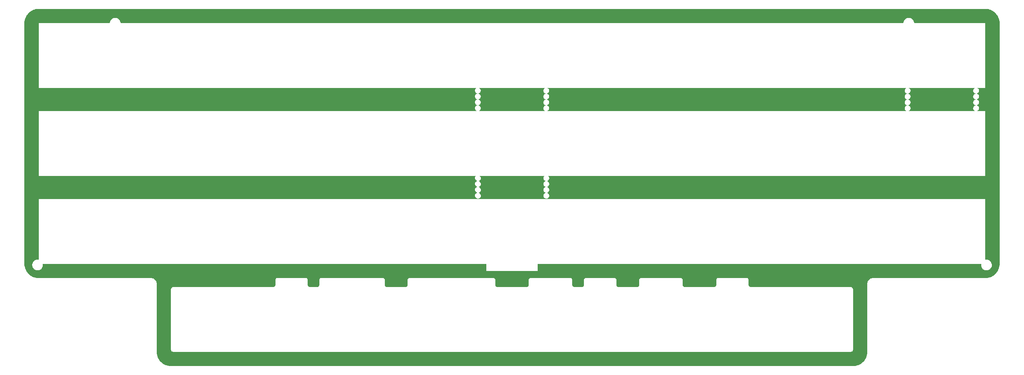
<source format=gbl>
%TF.GenerationSoftware,KiCad,Pcbnew,(7.0.0)*%
%TF.CreationDate,2023-11-20T08:37:48+01:00*%
%TF.ProjectId,plate,706c6174-652e-46b6-9963-61645f706362,rev?*%
%TF.SameCoordinates,Original*%
%TF.FileFunction,Copper,L2,Bot*%
%TF.FilePolarity,Positive*%
%FSLAX46Y46*%
G04 Gerber Fmt 4.6, Leading zero omitted, Abs format (unit mm)*
G04 Created by KiCad (PCBNEW (7.0.0)) date 2023-11-20 08:37:48*
%MOMM*%
%LPD*%
G01*
G04 APERTURE LIST*
G04 APERTURE END LIST*
%TA.AperFunction,Conductor*%
%TO.N,GND*%
G36*
X257237572Y-72884389D02*
G01*
X257241538Y-72891095D01*
X257240320Y-72898790D01*
X257234475Y-72903942D01*
X257121944Y-72948496D01*
X257121941Y-72948497D01*
X257121268Y-72948764D01*
X257120688Y-72949184D01*
X257120683Y-72949188D01*
X256993993Y-73041234D01*
X256993990Y-73041236D01*
X256993413Y-73041656D01*
X256992956Y-73042207D01*
X256992953Y-73042211D01*
X256893138Y-73162867D01*
X256893133Y-73162873D01*
X256892676Y-73163427D01*
X256892369Y-73164078D01*
X256892366Y-73164084D01*
X256825694Y-73305767D01*
X256825691Y-73305774D01*
X256825386Y-73306424D01*
X256825250Y-73307134D01*
X256825250Y-73307136D01*
X256795908Y-73460951D01*
X256795907Y-73460955D01*
X256795773Y-73461662D01*
X256795818Y-73462380D01*
X256795818Y-73462383D01*
X256805650Y-73618667D01*
X256805650Y-73618672D01*
X256805696Y-73619388D01*
X256805917Y-73620068D01*
X256805918Y-73620073D01*
X256854308Y-73769001D01*
X256854310Y-73769006D01*
X256854533Y-73769691D01*
X256939214Y-73903127D01*
X256939742Y-73903623D01*
X256939744Y-73903625D01*
X257000676Y-73960844D01*
X257054418Y-74011312D01*
X257192908Y-74087447D01*
X257345981Y-74126750D01*
X257346700Y-74126750D01*
X257353265Y-74126750D01*
X257361137Y-74129867D01*
X257364742Y-74137528D01*
X257362126Y-74145580D01*
X257354706Y-74149659D01*
X257268931Y-74160494D01*
X257268925Y-74160495D01*
X257268208Y-74160586D01*
X257267535Y-74160852D01*
X257267529Y-74160854D01*
X257121944Y-74218496D01*
X257121941Y-74218497D01*
X257121268Y-74218764D01*
X257120688Y-74219184D01*
X257120683Y-74219188D01*
X256993993Y-74311234D01*
X256993990Y-74311236D01*
X256993413Y-74311656D01*
X256992956Y-74312207D01*
X256992953Y-74312211D01*
X256893138Y-74432867D01*
X256893133Y-74432873D01*
X256892676Y-74433427D01*
X256892369Y-74434078D01*
X256892366Y-74434084D01*
X256825694Y-74575767D01*
X256825691Y-74575774D01*
X256825386Y-74576424D01*
X256825250Y-74577134D01*
X256825250Y-74577136D01*
X256795908Y-74730951D01*
X256795907Y-74730955D01*
X256795773Y-74731662D01*
X256795818Y-74732380D01*
X256795818Y-74732383D01*
X256805650Y-74888667D01*
X256805650Y-74888672D01*
X256805696Y-74889388D01*
X256805917Y-74890068D01*
X256805918Y-74890073D01*
X256854308Y-75039001D01*
X256854310Y-75039006D01*
X256854533Y-75039691D01*
X256939214Y-75173127D01*
X256939742Y-75173623D01*
X256939744Y-75173625D01*
X257000676Y-75230844D01*
X257054418Y-75281312D01*
X257192908Y-75357447D01*
X257345981Y-75396750D01*
X257346700Y-75396750D01*
X257353265Y-75396750D01*
X257361137Y-75399867D01*
X257364742Y-75407528D01*
X257362126Y-75415580D01*
X257354706Y-75419659D01*
X257268931Y-75430494D01*
X257268925Y-75430495D01*
X257268208Y-75430586D01*
X257267535Y-75430852D01*
X257267529Y-75430854D01*
X257121944Y-75488496D01*
X257121941Y-75488497D01*
X257121268Y-75488764D01*
X257120688Y-75489184D01*
X257120683Y-75489188D01*
X256993993Y-75581234D01*
X256993990Y-75581236D01*
X256993413Y-75581656D01*
X256992956Y-75582207D01*
X256992953Y-75582211D01*
X256893138Y-75702867D01*
X256893133Y-75702873D01*
X256892676Y-75703427D01*
X256892369Y-75704078D01*
X256892366Y-75704084D01*
X256825694Y-75845767D01*
X256825691Y-75845774D01*
X256825386Y-75846424D01*
X256825250Y-75847134D01*
X256825250Y-75847136D01*
X256795908Y-76000951D01*
X256795907Y-76000955D01*
X256795773Y-76001662D01*
X256795818Y-76002380D01*
X256795818Y-76002383D01*
X256805650Y-76158667D01*
X256805650Y-76158672D01*
X256805696Y-76159388D01*
X256805917Y-76160068D01*
X256805918Y-76160073D01*
X256854308Y-76309001D01*
X256854310Y-76309006D01*
X256854533Y-76309691D01*
X256939214Y-76443127D01*
X256939742Y-76443623D01*
X256939744Y-76443625D01*
X257000676Y-76500844D01*
X257054418Y-76551312D01*
X257192908Y-76627447D01*
X257345981Y-76666750D01*
X257346700Y-76666750D01*
X257353265Y-76666750D01*
X257361137Y-76669867D01*
X257364742Y-76677528D01*
X257362126Y-76685580D01*
X257354706Y-76689659D01*
X257268931Y-76700494D01*
X257268925Y-76700495D01*
X257268208Y-76700586D01*
X257267535Y-76700852D01*
X257267529Y-76700854D01*
X257121944Y-76758496D01*
X257121941Y-76758497D01*
X257121268Y-76758764D01*
X257120688Y-76759184D01*
X257120683Y-76759188D01*
X256993993Y-76851234D01*
X256993990Y-76851236D01*
X256993413Y-76851656D01*
X256992956Y-76852207D01*
X256992953Y-76852211D01*
X256893138Y-76972867D01*
X256893133Y-76972873D01*
X256892676Y-76973427D01*
X256892369Y-76974078D01*
X256892366Y-76974084D01*
X256825694Y-77115767D01*
X256825691Y-77115774D01*
X256825386Y-77116424D01*
X256825250Y-77117134D01*
X256825250Y-77117136D01*
X256795908Y-77270951D01*
X256795907Y-77270955D01*
X256795773Y-77271662D01*
X256795818Y-77272380D01*
X256795818Y-77272383D01*
X256805650Y-77428667D01*
X256805650Y-77428672D01*
X256805696Y-77429388D01*
X256805917Y-77430068D01*
X256805918Y-77430073D01*
X256854308Y-77579001D01*
X256854310Y-77579006D01*
X256854533Y-77579691D01*
X256939214Y-77713127D01*
X256939742Y-77713623D01*
X256939744Y-77713625D01*
X257000676Y-77770844D01*
X257054418Y-77821312D01*
X257192908Y-77897447D01*
X257193608Y-77897626D01*
X257193609Y-77897627D01*
X257234441Y-77908111D01*
X257241092Y-77912786D01*
X257242990Y-77920691D01*
X257239186Y-77927876D01*
X257231581Y-77930750D01*
X257025099Y-77930750D01*
X242832258Y-77930750D01*
X242824928Y-77928111D01*
X242820962Y-77921405D01*
X242822180Y-77913710D01*
X242828025Y-77908558D01*
X242829154Y-77908111D01*
X242941232Y-77863736D01*
X243069087Y-77770844D01*
X243169824Y-77649073D01*
X243237114Y-77506076D01*
X243266727Y-77350838D01*
X243256804Y-77193112D01*
X243207967Y-77042809D01*
X243123286Y-76909373D01*
X243062415Y-76852211D01*
X243008607Y-76801681D01*
X243008606Y-76801680D01*
X243008082Y-76801188D01*
X243007455Y-76800843D01*
X243007452Y-76800841D01*
X242870226Y-76725401D01*
X242870222Y-76725399D01*
X242869592Y-76725053D01*
X242868895Y-76724874D01*
X242868890Y-76724872D01*
X242717214Y-76685928D01*
X242717210Y-76685927D01*
X242716519Y-76685750D01*
X242709235Y-76685750D01*
X242701363Y-76682633D01*
X242697758Y-76674972D01*
X242700374Y-76666920D01*
X242707794Y-76662841D01*
X242714259Y-76662024D01*
X242794292Y-76651914D01*
X242941232Y-76593736D01*
X243069087Y-76500844D01*
X243169824Y-76379073D01*
X243237114Y-76236076D01*
X243266727Y-76080838D01*
X243256804Y-75923112D01*
X243207967Y-75772809D01*
X243123286Y-75639373D01*
X243062415Y-75582211D01*
X243008607Y-75531681D01*
X243008606Y-75531680D01*
X243008082Y-75531188D01*
X243007455Y-75530843D01*
X243007452Y-75530841D01*
X242870226Y-75455401D01*
X242870222Y-75455399D01*
X242869592Y-75455053D01*
X242868895Y-75454874D01*
X242868890Y-75454872D01*
X242717214Y-75415928D01*
X242717210Y-75415927D01*
X242716519Y-75415750D01*
X242709235Y-75415750D01*
X242701363Y-75412633D01*
X242697758Y-75404972D01*
X242700374Y-75396920D01*
X242707794Y-75392841D01*
X242714259Y-75392024D01*
X242794292Y-75381914D01*
X242941232Y-75323736D01*
X243069087Y-75230844D01*
X243169824Y-75109073D01*
X243237114Y-74966076D01*
X243266727Y-74810838D01*
X243256804Y-74653112D01*
X243207967Y-74502809D01*
X243123286Y-74369373D01*
X243062415Y-74312211D01*
X243008607Y-74261681D01*
X243008606Y-74261680D01*
X243008082Y-74261188D01*
X243007455Y-74260843D01*
X243007452Y-74260841D01*
X242870226Y-74185401D01*
X242870222Y-74185399D01*
X242869592Y-74185053D01*
X242868895Y-74184874D01*
X242868890Y-74184872D01*
X242717214Y-74145928D01*
X242717210Y-74145927D01*
X242716519Y-74145750D01*
X242709235Y-74145750D01*
X242701363Y-74142633D01*
X242697758Y-74134972D01*
X242700374Y-74126920D01*
X242707794Y-74122841D01*
X242714259Y-74122024D01*
X242794292Y-74111914D01*
X242941232Y-74053736D01*
X243069087Y-73960844D01*
X243169824Y-73839073D01*
X243237114Y-73696076D01*
X243266727Y-73540838D01*
X243256804Y-73383112D01*
X243207967Y-73232809D01*
X243123286Y-73099373D01*
X243062415Y-73042211D01*
X243008607Y-72991681D01*
X243008606Y-72991680D01*
X243008082Y-72991188D01*
X243007455Y-72990843D01*
X243007452Y-72990841D01*
X242870226Y-72915401D01*
X242870222Y-72915399D01*
X242869592Y-72915053D01*
X242868895Y-72914874D01*
X242868890Y-72914872D01*
X242828059Y-72904389D01*
X242821408Y-72899714D01*
X242819510Y-72891809D01*
X242823314Y-72884624D01*
X242830919Y-72881750D01*
X257024901Y-72881750D01*
X257025099Y-72881750D01*
X257230242Y-72881750D01*
X257237572Y-72884389D01*
G37*
%TD.AperFunction*%
%TA.AperFunction,Conductor*%
G36*
X242450072Y-72884389D02*
G01*
X242454038Y-72891095D01*
X242452820Y-72898790D01*
X242446975Y-72903942D01*
X242334444Y-72948496D01*
X242334441Y-72948497D01*
X242333768Y-72948764D01*
X242333188Y-72949184D01*
X242333183Y-72949188D01*
X242206493Y-73041234D01*
X242206490Y-73041236D01*
X242205913Y-73041656D01*
X242205456Y-73042207D01*
X242205453Y-73042211D01*
X242105638Y-73162867D01*
X242105633Y-73162873D01*
X242105176Y-73163427D01*
X242104869Y-73164078D01*
X242104866Y-73164084D01*
X242038194Y-73305767D01*
X242038191Y-73305774D01*
X242037886Y-73306424D01*
X242037750Y-73307134D01*
X242037750Y-73307136D01*
X242008408Y-73460951D01*
X242008407Y-73460955D01*
X242008273Y-73461662D01*
X242008318Y-73462380D01*
X242008318Y-73462383D01*
X242018150Y-73618667D01*
X242018150Y-73618672D01*
X242018196Y-73619388D01*
X242018417Y-73620068D01*
X242018418Y-73620073D01*
X242066808Y-73769001D01*
X242066810Y-73769006D01*
X242067033Y-73769691D01*
X242151714Y-73903127D01*
X242152242Y-73903623D01*
X242152244Y-73903625D01*
X242213176Y-73960844D01*
X242266918Y-74011312D01*
X242405408Y-74087447D01*
X242558481Y-74126750D01*
X242559200Y-74126750D01*
X242565765Y-74126750D01*
X242573637Y-74129867D01*
X242577242Y-74137528D01*
X242574626Y-74145580D01*
X242567206Y-74149659D01*
X242481431Y-74160494D01*
X242481425Y-74160495D01*
X242480708Y-74160586D01*
X242480035Y-74160852D01*
X242480029Y-74160854D01*
X242334444Y-74218496D01*
X242334441Y-74218497D01*
X242333768Y-74218764D01*
X242333188Y-74219184D01*
X242333183Y-74219188D01*
X242206493Y-74311234D01*
X242206490Y-74311236D01*
X242205913Y-74311656D01*
X242205456Y-74312207D01*
X242205453Y-74312211D01*
X242105638Y-74432867D01*
X242105633Y-74432873D01*
X242105176Y-74433427D01*
X242104869Y-74434078D01*
X242104866Y-74434084D01*
X242038194Y-74575767D01*
X242038191Y-74575774D01*
X242037886Y-74576424D01*
X242037750Y-74577134D01*
X242037750Y-74577136D01*
X242008408Y-74730951D01*
X242008407Y-74730955D01*
X242008273Y-74731662D01*
X242008318Y-74732380D01*
X242008318Y-74732383D01*
X242018150Y-74888667D01*
X242018150Y-74888672D01*
X242018196Y-74889388D01*
X242018417Y-74890068D01*
X242018418Y-74890073D01*
X242066808Y-75039001D01*
X242066810Y-75039006D01*
X242067033Y-75039691D01*
X242151714Y-75173127D01*
X242152242Y-75173623D01*
X242152244Y-75173625D01*
X242213176Y-75230844D01*
X242266918Y-75281312D01*
X242405408Y-75357447D01*
X242558481Y-75396750D01*
X242559200Y-75396750D01*
X242565765Y-75396750D01*
X242573637Y-75399867D01*
X242577242Y-75407528D01*
X242574626Y-75415580D01*
X242567206Y-75419659D01*
X242481431Y-75430494D01*
X242481425Y-75430495D01*
X242480708Y-75430586D01*
X242480035Y-75430852D01*
X242480029Y-75430854D01*
X242334444Y-75488496D01*
X242334441Y-75488497D01*
X242333768Y-75488764D01*
X242333188Y-75489184D01*
X242333183Y-75489188D01*
X242206493Y-75581234D01*
X242206490Y-75581236D01*
X242205913Y-75581656D01*
X242205456Y-75582207D01*
X242205453Y-75582211D01*
X242105638Y-75702867D01*
X242105633Y-75702873D01*
X242105176Y-75703427D01*
X242104869Y-75704078D01*
X242104866Y-75704084D01*
X242038194Y-75845767D01*
X242038191Y-75845774D01*
X242037886Y-75846424D01*
X242037750Y-75847134D01*
X242037750Y-75847136D01*
X242008408Y-76000951D01*
X242008407Y-76000955D01*
X242008273Y-76001662D01*
X242008318Y-76002380D01*
X242008318Y-76002383D01*
X242018150Y-76158667D01*
X242018150Y-76158672D01*
X242018196Y-76159388D01*
X242018417Y-76160068D01*
X242018418Y-76160073D01*
X242066808Y-76309001D01*
X242066810Y-76309006D01*
X242067033Y-76309691D01*
X242151714Y-76443127D01*
X242152242Y-76443623D01*
X242152244Y-76443625D01*
X242213176Y-76500844D01*
X242266918Y-76551312D01*
X242405408Y-76627447D01*
X242558481Y-76666750D01*
X242559200Y-76666750D01*
X242565765Y-76666750D01*
X242573637Y-76669867D01*
X242577242Y-76677528D01*
X242574626Y-76685580D01*
X242567206Y-76689659D01*
X242481431Y-76700494D01*
X242481425Y-76700495D01*
X242480708Y-76700586D01*
X242480035Y-76700852D01*
X242480029Y-76700854D01*
X242334444Y-76758496D01*
X242334441Y-76758497D01*
X242333768Y-76758764D01*
X242333188Y-76759184D01*
X242333183Y-76759188D01*
X242206493Y-76851234D01*
X242206490Y-76851236D01*
X242205913Y-76851656D01*
X242205456Y-76852207D01*
X242205453Y-76852211D01*
X242105638Y-76972867D01*
X242105633Y-76972873D01*
X242105176Y-76973427D01*
X242104869Y-76974078D01*
X242104866Y-76974084D01*
X242038194Y-77115767D01*
X242038191Y-77115774D01*
X242037886Y-77116424D01*
X242037750Y-77117134D01*
X242037750Y-77117136D01*
X242008408Y-77270951D01*
X242008407Y-77270955D01*
X242008273Y-77271662D01*
X242008318Y-77272380D01*
X242008318Y-77272383D01*
X242018150Y-77428667D01*
X242018150Y-77428672D01*
X242018196Y-77429388D01*
X242018417Y-77430068D01*
X242018418Y-77430073D01*
X242066808Y-77579001D01*
X242066810Y-77579006D01*
X242067033Y-77579691D01*
X242151714Y-77713127D01*
X242152242Y-77713623D01*
X242152244Y-77713625D01*
X242213176Y-77770844D01*
X242266918Y-77821312D01*
X242405408Y-77897447D01*
X242406108Y-77897626D01*
X242406109Y-77897627D01*
X242446941Y-77908111D01*
X242453592Y-77912786D01*
X242455490Y-77920691D01*
X242451686Y-77927876D01*
X242444081Y-77930750D01*
X240643849Y-77930750D01*
X240356349Y-77930750D01*
X238262599Y-77930750D01*
X235593849Y-77930750D01*
X226356349Y-77930750D01*
X226068849Y-77930750D01*
X221593849Y-77930750D01*
X221306349Y-77930750D01*
X216543849Y-77930750D01*
X212068849Y-77930750D01*
X207306349Y-77930750D01*
X207018849Y-77930750D01*
X202543849Y-77930750D01*
X202256349Y-77930750D01*
X197493849Y-77930750D01*
X193018849Y-77930750D01*
X188256349Y-77930750D01*
X187968849Y-77930750D01*
X183493849Y-77930750D01*
X183206349Y-77930750D01*
X178443849Y-77930750D01*
X173968849Y-77930750D01*
X169206349Y-77930750D01*
X168918849Y-77930750D01*
X164751008Y-77930750D01*
X164743678Y-77928111D01*
X164739712Y-77921405D01*
X164740930Y-77913710D01*
X164746775Y-77908558D01*
X164747904Y-77908111D01*
X164859982Y-77863736D01*
X164987837Y-77770844D01*
X165088574Y-77649073D01*
X165155864Y-77506076D01*
X165185477Y-77350838D01*
X165175554Y-77193112D01*
X165126717Y-77042809D01*
X165042036Y-76909373D01*
X164981165Y-76852211D01*
X164927357Y-76801681D01*
X164927356Y-76801680D01*
X164926832Y-76801188D01*
X164926205Y-76800843D01*
X164926202Y-76800841D01*
X164788976Y-76725401D01*
X164788972Y-76725399D01*
X164788342Y-76725053D01*
X164787645Y-76724874D01*
X164787640Y-76724872D01*
X164635964Y-76685928D01*
X164635960Y-76685927D01*
X164635269Y-76685750D01*
X164627985Y-76685750D01*
X164620113Y-76682633D01*
X164616508Y-76674972D01*
X164619124Y-76666920D01*
X164626544Y-76662841D01*
X164633009Y-76662024D01*
X164713042Y-76651914D01*
X164859982Y-76593736D01*
X164987837Y-76500844D01*
X165088574Y-76379073D01*
X165155864Y-76236076D01*
X165185477Y-76080838D01*
X165175554Y-75923112D01*
X165126717Y-75772809D01*
X165042036Y-75639373D01*
X164981165Y-75582211D01*
X164927357Y-75531681D01*
X164927356Y-75531680D01*
X164926832Y-75531188D01*
X164926205Y-75530843D01*
X164926202Y-75530841D01*
X164788976Y-75455401D01*
X164788972Y-75455399D01*
X164788342Y-75455053D01*
X164787645Y-75454874D01*
X164787640Y-75454872D01*
X164635964Y-75415928D01*
X164635960Y-75415927D01*
X164635269Y-75415750D01*
X164627985Y-75415750D01*
X164620113Y-75412633D01*
X164616508Y-75404972D01*
X164619124Y-75396920D01*
X164626544Y-75392841D01*
X164633009Y-75392024D01*
X164713042Y-75381914D01*
X164859982Y-75323736D01*
X164987837Y-75230844D01*
X165088574Y-75109073D01*
X165155864Y-74966076D01*
X165185477Y-74810838D01*
X165175554Y-74653112D01*
X165126717Y-74502809D01*
X165042036Y-74369373D01*
X164981165Y-74312211D01*
X164927357Y-74261681D01*
X164927356Y-74261680D01*
X164926832Y-74261188D01*
X164926205Y-74260843D01*
X164926202Y-74260841D01*
X164788976Y-74185401D01*
X164788972Y-74185399D01*
X164788342Y-74185053D01*
X164787645Y-74184874D01*
X164787640Y-74184872D01*
X164635964Y-74145928D01*
X164635960Y-74145927D01*
X164635269Y-74145750D01*
X164627985Y-74145750D01*
X164620113Y-74142633D01*
X164616508Y-74134972D01*
X164619124Y-74126920D01*
X164626544Y-74122841D01*
X164633009Y-74122024D01*
X164713042Y-74111914D01*
X164859982Y-74053736D01*
X164987837Y-73960844D01*
X165088574Y-73839073D01*
X165155864Y-73696076D01*
X165185477Y-73540838D01*
X165175554Y-73383112D01*
X165126717Y-73232809D01*
X165042036Y-73099373D01*
X164981165Y-73042211D01*
X164927357Y-72991681D01*
X164927356Y-72991680D01*
X164926832Y-72991188D01*
X164926205Y-72990843D01*
X164926202Y-72990841D01*
X164788976Y-72915401D01*
X164788972Y-72915399D01*
X164788342Y-72915053D01*
X164787645Y-72914874D01*
X164787640Y-72914872D01*
X164746809Y-72904389D01*
X164740158Y-72899714D01*
X164738260Y-72891809D01*
X164742064Y-72884624D01*
X164749669Y-72881750D01*
X169206151Y-72881750D01*
X169206349Y-72881750D01*
X173681151Y-72881750D01*
X173681349Y-72881750D01*
X178731151Y-72881750D01*
X178731349Y-72881750D01*
X183206151Y-72881750D01*
X183206349Y-72881750D01*
X188256151Y-72881750D01*
X188256349Y-72881750D01*
X192731151Y-72881750D01*
X192731349Y-72881750D01*
X197781151Y-72881750D01*
X197781349Y-72881750D01*
X202256151Y-72881750D01*
X202256349Y-72881750D01*
X207306151Y-72881750D01*
X207306349Y-72881750D01*
X211781151Y-72881750D01*
X211781349Y-72881750D01*
X216831151Y-72881750D01*
X216831349Y-72881750D01*
X221306151Y-72881750D01*
X221306349Y-72881750D01*
X226356151Y-72881750D01*
X226356349Y-72881750D01*
X230831151Y-72881750D01*
X230831349Y-72881750D01*
X235881151Y-72881750D01*
X235881349Y-72881750D01*
X240356151Y-72881750D01*
X240356349Y-72881750D01*
X240643651Y-72881750D01*
X240643849Y-72881750D01*
X242442742Y-72881750D01*
X242450072Y-72884389D01*
G37*
%TD.AperFunction*%
%TA.AperFunction,Conductor*%
G36*
X164368822Y-72884389D02*
G01*
X164372788Y-72891095D01*
X164371570Y-72898790D01*
X164365725Y-72903942D01*
X164253194Y-72948496D01*
X164253191Y-72948497D01*
X164252518Y-72948764D01*
X164251938Y-72949184D01*
X164251933Y-72949188D01*
X164125243Y-73041234D01*
X164125240Y-73041236D01*
X164124663Y-73041656D01*
X164124206Y-73042207D01*
X164124203Y-73042211D01*
X164024388Y-73162867D01*
X164024383Y-73162873D01*
X164023926Y-73163427D01*
X164023619Y-73164078D01*
X164023616Y-73164084D01*
X163956944Y-73305767D01*
X163956941Y-73305774D01*
X163956636Y-73306424D01*
X163956500Y-73307134D01*
X163956500Y-73307136D01*
X163927158Y-73460951D01*
X163927157Y-73460955D01*
X163927023Y-73461662D01*
X163927068Y-73462380D01*
X163927068Y-73462383D01*
X163936900Y-73618667D01*
X163936900Y-73618672D01*
X163936946Y-73619388D01*
X163937167Y-73620068D01*
X163937168Y-73620073D01*
X163985558Y-73769001D01*
X163985560Y-73769006D01*
X163985783Y-73769691D01*
X164070464Y-73903127D01*
X164070992Y-73903623D01*
X164070994Y-73903625D01*
X164131926Y-73960844D01*
X164185668Y-74011312D01*
X164324158Y-74087447D01*
X164477231Y-74126750D01*
X164477950Y-74126750D01*
X164484515Y-74126750D01*
X164492387Y-74129867D01*
X164495992Y-74137528D01*
X164493376Y-74145580D01*
X164485956Y-74149659D01*
X164400181Y-74160494D01*
X164400175Y-74160495D01*
X164399458Y-74160586D01*
X164398785Y-74160852D01*
X164398779Y-74160854D01*
X164253194Y-74218496D01*
X164253191Y-74218497D01*
X164252518Y-74218764D01*
X164251938Y-74219184D01*
X164251933Y-74219188D01*
X164125243Y-74311234D01*
X164125240Y-74311236D01*
X164124663Y-74311656D01*
X164124206Y-74312207D01*
X164124203Y-74312211D01*
X164024388Y-74432867D01*
X164024383Y-74432873D01*
X164023926Y-74433427D01*
X164023619Y-74434078D01*
X164023616Y-74434084D01*
X163956944Y-74575767D01*
X163956941Y-74575774D01*
X163956636Y-74576424D01*
X163956500Y-74577134D01*
X163956500Y-74577136D01*
X163927158Y-74730951D01*
X163927157Y-74730955D01*
X163927023Y-74731662D01*
X163927068Y-74732380D01*
X163927068Y-74732383D01*
X163936900Y-74888667D01*
X163936900Y-74888672D01*
X163936946Y-74889388D01*
X163937167Y-74890068D01*
X163937168Y-74890073D01*
X163985558Y-75039001D01*
X163985560Y-75039006D01*
X163985783Y-75039691D01*
X164070464Y-75173127D01*
X164070992Y-75173623D01*
X164070994Y-75173625D01*
X164131926Y-75230844D01*
X164185668Y-75281312D01*
X164324158Y-75357447D01*
X164477231Y-75396750D01*
X164477950Y-75396750D01*
X164484515Y-75396750D01*
X164492387Y-75399867D01*
X164495992Y-75407528D01*
X164493376Y-75415580D01*
X164485956Y-75419659D01*
X164400181Y-75430494D01*
X164400175Y-75430495D01*
X164399458Y-75430586D01*
X164398785Y-75430852D01*
X164398779Y-75430854D01*
X164253194Y-75488496D01*
X164253191Y-75488497D01*
X164252518Y-75488764D01*
X164251938Y-75489184D01*
X164251933Y-75489188D01*
X164125243Y-75581234D01*
X164125240Y-75581236D01*
X164124663Y-75581656D01*
X164124206Y-75582207D01*
X164124203Y-75582211D01*
X164024388Y-75702867D01*
X164024383Y-75702873D01*
X164023926Y-75703427D01*
X164023619Y-75704078D01*
X164023616Y-75704084D01*
X163956944Y-75845767D01*
X163956941Y-75845774D01*
X163956636Y-75846424D01*
X163956500Y-75847134D01*
X163956500Y-75847136D01*
X163927158Y-76000951D01*
X163927157Y-76000955D01*
X163927023Y-76001662D01*
X163927068Y-76002380D01*
X163927068Y-76002383D01*
X163936900Y-76158667D01*
X163936900Y-76158672D01*
X163936946Y-76159388D01*
X163937167Y-76160068D01*
X163937168Y-76160073D01*
X163985558Y-76309001D01*
X163985560Y-76309006D01*
X163985783Y-76309691D01*
X164070464Y-76443127D01*
X164070992Y-76443623D01*
X164070994Y-76443625D01*
X164131926Y-76500844D01*
X164185668Y-76551312D01*
X164324158Y-76627447D01*
X164477231Y-76666750D01*
X164477950Y-76666750D01*
X164484515Y-76666750D01*
X164492387Y-76669867D01*
X164495992Y-76677528D01*
X164493376Y-76685580D01*
X164485956Y-76689659D01*
X164400181Y-76700494D01*
X164400175Y-76700495D01*
X164399458Y-76700586D01*
X164398785Y-76700852D01*
X164398779Y-76700854D01*
X164253194Y-76758496D01*
X164253191Y-76758497D01*
X164252518Y-76758764D01*
X164251938Y-76759184D01*
X164251933Y-76759188D01*
X164125243Y-76851234D01*
X164125240Y-76851236D01*
X164124663Y-76851656D01*
X164124206Y-76852207D01*
X164124203Y-76852211D01*
X164024388Y-76972867D01*
X164024383Y-76972873D01*
X164023926Y-76973427D01*
X164023619Y-76974078D01*
X164023616Y-76974084D01*
X163956944Y-77115767D01*
X163956941Y-77115774D01*
X163956636Y-77116424D01*
X163956500Y-77117134D01*
X163956500Y-77117136D01*
X163927158Y-77270951D01*
X163927157Y-77270955D01*
X163927023Y-77271662D01*
X163927068Y-77272380D01*
X163927068Y-77272383D01*
X163936900Y-77428667D01*
X163936900Y-77428672D01*
X163936946Y-77429388D01*
X163937167Y-77430068D01*
X163937168Y-77430073D01*
X163985558Y-77579001D01*
X163985560Y-77579006D01*
X163985783Y-77579691D01*
X164070464Y-77713127D01*
X164070992Y-77713623D01*
X164070994Y-77713625D01*
X164131926Y-77770844D01*
X164185668Y-77821312D01*
X164324158Y-77897447D01*
X164324858Y-77897626D01*
X164324859Y-77897627D01*
X164365691Y-77908111D01*
X164372342Y-77912786D01*
X164374240Y-77920691D01*
X164370436Y-77927876D01*
X164362831Y-77930750D01*
X164156349Y-77930750D01*
X154918849Y-77930750D01*
X150156349Y-77930750D01*
X149963508Y-77930750D01*
X149956178Y-77928111D01*
X149952212Y-77921405D01*
X149953430Y-77913710D01*
X149959275Y-77908558D01*
X149960404Y-77908111D01*
X150072482Y-77863736D01*
X150200337Y-77770844D01*
X150301074Y-77649073D01*
X150368364Y-77506076D01*
X150397977Y-77350838D01*
X150388054Y-77193112D01*
X150339217Y-77042809D01*
X150254536Y-76909373D01*
X150193665Y-76852211D01*
X150139857Y-76801681D01*
X150139856Y-76801680D01*
X150139332Y-76801188D01*
X150138705Y-76800843D01*
X150138702Y-76800841D01*
X150001476Y-76725401D01*
X150001472Y-76725399D01*
X150000842Y-76725053D01*
X150000145Y-76724874D01*
X150000140Y-76724872D01*
X149848464Y-76685928D01*
X149848460Y-76685927D01*
X149847769Y-76685750D01*
X149840485Y-76685750D01*
X149832613Y-76682633D01*
X149829008Y-76674972D01*
X149831624Y-76666920D01*
X149839044Y-76662841D01*
X149845509Y-76662024D01*
X149925542Y-76651914D01*
X150072482Y-76593736D01*
X150200337Y-76500844D01*
X150301074Y-76379073D01*
X150368364Y-76236076D01*
X150397977Y-76080838D01*
X150388054Y-75923112D01*
X150339217Y-75772809D01*
X150254536Y-75639373D01*
X150193665Y-75582211D01*
X150139857Y-75531681D01*
X150139856Y-75531680D01*
X150139332Y-75531188D01*
X150138705Y-75530843D01*
X150138702Y-75530841D01*
X150001476Y-75455401D01*
X150001472Y-75455399D01*
X150000842Y-75455053D01*
X150000145Y-75454874D01*
X150000140Y-75454872D01*
X149848464Y-75415928D01*
X149848460Y-75415927D01*
X149847769Y-75415750D01*
X149840485Y-75415750D01*
X149832613Y-75412633D01*
X149829008Y-75404972D01*
X149831624Y-75396920D01*
X149839044Y-75392841D01*
X149845509Y-75392024D01*
X149925542Y-75381914D01*
X150072482Y-75323736D01*
X150200337Y-75230844D01*
X150301074Y-75109073D01*
X150368364Y-74966076D01*
X150397977Y-74810838D01*
X150388054Y-74653112D01*
X150339217Y-74502809D01*
X150254536Y-74369373D01*
X150193665Y-74312211D01*
X150139857Y-74261681D01*
X150139856Y-74261680D01*
X150139332Y-74261188D01*
X150138705Y-74260843D01*
X150138702Y-74260841D01*
X150001476Y-74185401D01*
X150001472Y-74185399D01*
X150000842Y-74185053D01*
X150000145Y-74184874D01*
X150000140Y-74184872D01*
X149848464Y-74145928D01*
X149848460Y-74145927D01*
X149847769Y-74145750D01*
X149840485Y-74145750D01*
X149832613Y-74142633D01*
X149829008Y-74134972D01*
X149831624Y-74126920D01*
X149839044Y-74122841D01*
X149845509Y-74122024D01*
X149925542Y-74111914D01*
X150072482Y-74053736D01*
X150200337Y-73960844D01*
X150301074Y-73839073D01*
X150368364Y-73696076D01*
X150397977Y-73540838D01*
X150388054Y-73383112D01*
X150339217Y-73232809D01*
X150254536Y-73099373D01*
X150193665Y-73042211D01*
X150139857Y-72991681D01*
X150139856Y-72991680D01*
X150139332Y-72991188D01*
X150138705Y-72990843D01*
X150138702Y-72990841D01*
X150001476Y-72915401D01*
X150001472Y-72915399D01*
X150000842Y-72915053D01*
X150000145Y-72914874D01*
X150000140Y-72914872D01*
X149959309Y-72904389D01*
X149952658Y-72899714D01*
X149950760Y-72891809D01*
X149954564Y-72884624D01*
X149962169Y-72881750D01*
X150156151Y-72881750D01*
X150156349Y-72881750D01*
X154631151Y-72881750D01*
X154631349Y-72881750D01*
X159681151Y-72881750D01*
X159681349Y-72881750D01*
X164156151Y-72881750D01*
X164156349Y-72881750D01*
X164361492Y-72881750D01*
X164368822Y-72884389D01*
G37*
%TD.AperFunction*%
%TA.AperFunction,Conductor*%
G36*
X54906276Y-55784067D02*
G01*
X54906276Y-55784017D01*
X54906375Y-55784017D01*
X259405875Y-55784017D01*
X259406078Y-55784017D01*
X259406680Y-55784033D01*
X259539592Y-55790997D01*
X259539630Y-55791015D01*
X259539630Y-55791000D01*
X259539788Y-55791007D01*
X259736814Y-55802072D01*
X259737914Y-55802190D01*
X259896209Y-55827260D01*
X259896326Y-55827325D01*
X259896333Y-55827280D01*
X260068443Y-55856521D01*
X260069465Y-55856745D01*
X260228653Y-55899398D01*
X260228826Y-55899446D01*
X260392206Y-55946513D01*
X260393111Y-55946817D01*
X260548704Y-56006543D01*
X260548956Y-56006643D01*
X260704296Y-56070986D01*
X260705089Y-56071352D01*
X260854459Y-56147459D01*
X260854754Y-56147615D01*
X261001087Y-56228490D01*
X261001766Y-56228898D01*
X261142795Y-56320483D01*
X261143094Y-56320686D01*
X261279061Y-56417159D01*
X261279077Y-56417170D01*
X261279645Y-56417601D01*
X261410518Y-56523579D01*
X261410895Y-56523900D01*
X261523321Y-56624369D01*
X261535031Y-56634834D01*
X261535500Y-56635277D01*
X261654615Y-56754391D01*
X261655046Y-56754847D01*
X261765967Y-56878967D01*
X261765972Y-56878972D01*
X261766334Y-56879398D01*
X261872282Y-57010234D01*
X261872724Y-57010816D01*
X261933396Y-57096324D01*
X261969186Y-57146766D01*
X261969430Y-57147125D01*
X262060993Y-57288120D01*
X262061409Y-57288814D01*
X262068561Y-57301754D01*
X262142270Y-57435122D01*
X262142452Y-57435464D01*
X262218534Y-57584782D01*
X262218912Y-57585602D01*
X262283251Y-57740934D01*
X262283362Y-57741214D01*
X262343071Y-57896761D01*
X262343386Y-57897698D01*
X262390449Y-58061063D01*
X262390506Y-58061271D01*
X262433148Y-58220412D01*
X262433378Y-58221462D01*
X262462609Y-58393504D01*
X262462629Y-58393631D01*
X262487705Y-58551956D01*
X262487829Y-58553111D01*
X262498959Y-58751402D01*
X262498961Y-58751444D01*
X262505859Y-58883068D01*
X262505875Y-58883670D01*
X262505875Y-110983220D01*
X262505859Y-110983822D01*
X262498891Y-111116759D01*
X262498889Y-111116802D01*
X262487817Y-111313922D01*
X262487693Y-111315076D01*
X262462620Y-111473378D01*
X262462599Y-111473505D01*
X262433364Y-111645559D01*
X262433135Y-111646609D01*
X262390486Y-111805773D01*
X262390429Y-111805981D01*
X262343371Y-111969319D01*
X262343056Y-111970256D01*
X262283346Y-112125804D01*
X262283235Y-112126084D01*
X262218896Y-112281414D01*
X262218518Y-112282234D01*
X262142432Y-112431556D01*
X262142250Y-112431898D01*
X262061392Y-112578197D01*
X262060972Y-112578897D01*
X261969425Y-112719865D01*
X261969159Y-112720257D01*
X261872702Y-112856198D01*
X261872260Y-112856780D01*
X261766322Y-112987602D01*
X261765960Y-112988028D01*
X261655033Y-113112152D01*
X261654590Y-113112621D01*
X261535492Y-113231718D01*
X261535023Y-113232161D01*
X261410891Y-113343091D01*
X261410465Y-113343453D01*
X261279651Y-113449382D01*
X261279069Y-113449824D01*
X261143123Y-113546282D01*
X261142731Y-113546548D01*
X261001755Y-113638097D01*
X261001055Y-113638517D01*
X260854767Y-113719365D01*
X260854425Y-113719547D01*
X260705096Y-113795633D01*
X260704276Y-113796011D01*
X260548936Y-113860354D01*
X260548656Y-113860465D01*
X260393123Y-113920167D01*
X260392185Y-113920482D01*
X260228808Y-113967548D01*
X260228601Y-113967605D01*
X260069474Y-114010242D01*
X260068424Y-114010472D01*
X259896369Y-114039705D01*
X259896242Y-114039725D01*
X259737910Y-114064801D01*
X259736757Y-114064925D01*
X259546415Y-114075636D01*
X259546371Y-114075638D01*
X259406375Y-114082975D01*
X259406369Y-114082872D01*
X259405717Y-114083017D01*
X235131532Y-114083017D01*
X235131375Y-114082996D01*
X235131375Y-114082975D01*
X235131212Y-114082975D01*
X235037341Y-114082976D01*
X235037328Y-114082976D01*
X235036892Y-114082977D01*
X235036454Y-114083046D01*
X235036446Y-114083047D01*
X234850707Y-114112469D01*
X234850693Y-114112472D01*
X234850253Y-114112542D01*
X234849824Y-114112681D01*
X234849817Y-114112683D01*
X234670965Y-114170799D01*
X234670954Y-114170803D01*
X234670537Y-114170939D01*
X234670142Y-114171140D01*
X234670133Y-114171144D01*
X234502571Y-114256525D01*
X234502559Y-114256531D01*
X234502169Y-114256731D01*
X234501819Y-114256985D01*
X234501808Y-114256992D01*
X234349651Y-114367545D01*
X234349646Y-114367549D01*
X234349294Y-114367805D01*
X234348986Y-114368112D01*
X234348980Y-114368118D01*
X234215995Y-114501108D01*
X234215989Y-114501114D01*
X234215678Y-114501426D01*
X234215417Y-114501784D01*
X234215412Y-114501791D01*
X234159710Y-114578462D01*
X234104609Y-114654305D01*
X234104409Y-114654697D01*
X234104405Y-114654704D01*
X234019027Y-114822274D01*
X234019025Y-114822279D01*
X234018823Y-114822676D01*
X234018684Y-114823102D01*
X234018683Y-114823106D01*
X233960573Y-115001958D01*
X233960571Y-115001965D01*
X233960432Y-115002394D01*
X233960360Y-115002846D01*
X233960360Y-115002848D01*
X233930944Y-115188587D01*
X233930943Y-115188596D01*
X233930874Y-115189034D01*
X233930874Y-115189481D01*
X233930874Y-115189482D01*
X233930875Y-115283517D01*
X233930875Y-130033220D01*
X233930859Y-130033822D01*
X233923891Y-130166759D01*
X233923889Y-130166802D01*
X233912817Y-130363922D01*
X233912693Y-130365076D01*
X233887620Y-130523378D01*
X233887599Y-130523505D01*
X233858364Y-130695559D01*
X233858135Y-130696609D01*
X233815486Y-130855773D01*
X233815429Y-130855981D01*
X233768371Y-131019319D01*
X233768056Y-131020256D01*
X233708346Y-131175804D01*
X233708235Y-131176084D01*
X233643895Y-131331415D01*
X233643517Y-131332235D01*
X233567432Y-131481556D01*
X233567250Y-131481898D01*
X233486392Y-131628197D01*
X233485972Y-131628897D01*
X233394425Y-131769865D01*
X233394159Y-131770257D01*
X233297702Y-131906198D01*
X233297260Y-131906780D01*
X233191322Y-132037602D01*
X233190960Y-132038028D01*
X233080033Y-132162152D01*
X233079590Y-132162621D01*
X232960492Y-132281718D01*
X232960023Y-132282161D01*
X232835891Y-132393091D01*
X232835465Y-132393453D01*
X232704651Y-132499382D01*
X232704069Y-132499824D01*
X232568123Y-132596282D01*
X232567731Y-132596548D01*
X232426755Y-132688097D01*
X232426055Y-132688517D01*
X232279767Y-132769365D01*
X232279425Y-132769547D01*
X232130096Y-132845633D01*
X232129276Y-132846011D01*
X231973936Y-132910354D01*
X231973656Y-132910465D01*
X231818123Y-132970167D01*
X231817185Y-132970482D01*
X231653808Y-133017548D01*
X231653601Y-133017605D01*
X231494474Y-133060242D01*
X231493424Y-133060472D01*
X231321369Y-133089705D01*
X231321242Y-133089725D01*
X231162910Y-133114801D01*
X231161757Y-133114925D01*
X230971415Y-133125636D01*
X230971371Y-133125638D01*
X230831375Y-133132975D01*
X230831369Y-133132872D01*
X230830717Y-133133017D01*
X83481672Y-133133017D01*
X83481070Y-133133001D01*
X83348124Y-133126032D01*
X83348082Y-133126012D01*
X83348082Y-133126030D01*
X83150967Y-133114958D01*
X83149813Y-133114834D01*
X82991511Y-133089761D01*
X82991393Y-133089692D01*
X82991385Y-133089741D01*
X82819332Y-133060507D01*
X82818282Y-133060277D01*
X82659117Y-133017628D01*
X82658909Y-133017571D01*
X82495561Y-132970510D01*
X82494624Y-132970195D01*
X82339085Y-132910488D01*
X82338805Y-132910377D01*
X82183473Y-132846036D01*
X82182653Y-132845658D01*
X82033328Y-132769571D01*
X82032986Y-132769389D01*
X81886689Y-132688533D01*
X81885989Y-132688113D01*
X81790657Y-132626204D01*
X81744991Y-132596548D01*
X81744638Y-132596308D01*
X81608688Y-132499846D01*
X81608106Y-132499404D01*
X81477275Y-132393458D01*
X81476849Y-132393096D01*
X81352734Y-132282180D01*
X81352265Y-132281737D01*
X81233158Y-132162630D01*
X81232715Y-132162161D01*
X81232707Y-132162152D01*
X81121772Y-132038015D01*
X81121450Y-132037636D01*
X81015488Y-131906785D01*
X81015051Y-131906209D01*
X81015043Y-131906198D01*
X80918579Y-131770243D01*
X80918323Y-131769866D01*
X80918322Y-131769865D01*
X80826781Y-131628902D01*
X80826363Y-131628206D01*
X80745507Y-131481909D01*
X80745325Y-131481567D01*
X80669220Y-131332202D01*
X80668869Y-131331440D01*
X80604527Y-131176105D01*
X80604416Y-131175825D01*
X80583358Y-131120970D01*
X80544694Y-131020248D01*
X80544388Y-131019338D01*
X80497319Y-130855960D01*
X80497268Y-130855771D01*
X80454621Y-130696612D01*
X80454391Y-130695562D01*
X80425163Y-130523549D01*
X80400059Y-130365048D01*
X80399941Y-130363948D01*
X80388935Y-130168065D01*
X80381901Y-130033870D01*
X80381890Y-130033669D01*
X80381875Y-130033068D01*
X80381875Y-116477122D01*
X83480873Y-116477122D01*
X83480875Y-116533517D01*
X83480875Y-116534017D01*
X83480875Y-129533616D01*
X83480880Y-129533628D01*
X83480883Y-129533655D01*
X83480884Y-129589262D01*
X83480884Y-129589270D01*
X83480885Y-129589909D01*
X83481027Y-129590533D01*
X83481028Y-129590537D01*
X83505840Y-129699236D01*
X83505841Y-129699241D01*
X83505984Y-129699864D01*
X83506260Y-129700438D01*
X83506263Y-129700445D01*
X83554636Y-129800888D01*
X83554920Y-129801478D01*
X83555323Y-129801983D01*
X83624823Y-129889135D01*
X83625239Y-129889656D01*
X83713415Y-129959976D01*
X83815029Y-130008914D01*
X83924983Y-130034014D01*
X83981275Y-130034016D01*
X83981276Y-130034017D01*
X83981375Y-130034017D01*
X230330875Y-130034017D01*
X230331260Y-130034017D01*
X230331474Y-130034017D01*
X230331540Y-130033989D01*
X230331684Y-130033975D01*
X230387766Y-130033978D01*
X230497720Y-130008887D01*
X230599335Y-129959958D01*
X230687514Y-129889644D01*
X230757835Y-129801471D01*
X230806773Y-129699860D01*
X230831873Y-129589908D01*
X230831875Y-129533517D01*
X230831875Y-129533017D01*
X230831875Y-116533536D01*
X230831879Y-116533517D01*
X230831883Y-116533517D01*
X230831885Y-116477123D01*
X230806790Y-116367163D01*
X230757854Y-116265544D01*
X230687531Y-116177363D01*
X230644420Y-116142984D01*
X230599854Y-116107444D01*
X230599849Y-116107441D01*
X230599349Y-116107042D01*
X230598770Y-116106763D01*
X230598765Y-116106760D01*
X230526047Y-116071744D01*
X230497730Y-116058108D01*
X230496981Y-116057937D01*
X230388398Y-116033157D01*
X230388393Y-116033156D01*
X230387769Y-116033014D01*
X230387122Y-116033014D01*
X230331375Y-116033017D01*
X208782024Y-116033017D01*
X208780737Y-116032945D01*
X208777598Y-116032591D01*
X208755141Y-116030059D01*
X208754928Y-116030033D01*
X208664031Y-116018062D01*
X208661735Y-116017515D01*
X208615303Y-116001267D01*
X208614700Y-116001036D01*
X208550431Y-115974412D01*
X208548713Y-115973525D01*
X208503868Y-115945346D01*
X208502986Y-115944732D01*
X208450561Y-115904504D01*
X208449430Y-115903513D01*
X208411385Y-115865467D01*
X208410393Y-115864336D01*
X208370156Y-115811898D01*
X208369543Y-115811016D01*
X208363550Y-115801478D01*
X208341366Y-115766173D01*
X208340488Y-115764474D01*
X208313848Y-115700162D01*
X208313623Y-115699572D01*
X208297375Y-115653140D01*
X208296834Y-115650864D01*
X208284891Y-115560212D01*
X208281947Y-115534084D01*
X208281875Y-115532797D01*
X208281875Y-114533536D01*
X208281879Y-114533517D01*
X208281883Y-114533517D01*
X208281885Y-114477123D01*
X208256790Y-114367163D01*
X208207854Y-114265544D01*
X208137531Y-114177363D01*
X208129763Y-114171168D01*
X208049854Y-114107444D01*
X208049849Y-114107441D01*
X208049349Y-114107042D01*
X208048770Y-114106763D01*
X208048765Y-114106760D01*
X207976047Y-114071744D01*
X207947730Y-114058108D01*
X207946981Y-114057937D01*
X207838398Y-114033157D01*
X207838393Y-114033156D01*
X207837769Y-114033014D01*
X207837122Y-114033014D01*
X207781375Y-114033017D01*
X201781531Y-114033017D01*
X201781375Y-114032997D01*
X201781375Y-114032975D01*
X201781211Y-114032975D01*
X201725626Y-114032977D01*
X201725617Y-114032977D01*
X201724980Y-114032978D01*
X201724357Y-114033120D01*
X201724350Y-114033121D01*
X201615646Y-114057937D01*
X201615638Y-114057939D01*
X201615019Y-114058081D01*
X201614444Y-114058357D01*
X201614438Y-114058360D01*
X201513983Y-114106743D01*
X201513978Y-114106745D01*
X201513401Y-114107024D01*
X201512898Y-114107424D01*
X201512895Y-114107427D01*
X201425729Y-114176945D01*
X201425724Y-114176949D01*
X201425221Y-114177351D01*
X201424819Y-114177854D01*
X201424815Y-114177859D01*
X201361696Y-114257015D01*
X201354901Y-114265537D01*
X201354621Y-114266118D01*
X201354620Y-114266120D01*
X201306249Y-114366573D01*
X201305967Y-114367159D01*
X201305823Y-114367787D01*
X201305823Y-114367789D01*
X201281016Y-114476493D01*
X201281016Y-114476494D01*
X201280873Y-114477122D01*
X201280873Y-114477767D01*
X201280873Y-114477768D01*
X201280875Y-114533517D01*
X201280875Y-115532868D01*
X201280803Y-115534156D01*
X201277917Y-115559753D01*
X201277891Y-115559966D01*
X201265922Y-115650855D01*
X201265375Y-115653152D01*
X201249125Y-115699588D01*
X201248894Y-115700191D01*
X201222272Y-115764452D01*
X201221385Y-115766170D01*
X201193206Y-115811014D01*
X201192592Y-115811896D01*
X201152358Y-115864326D01*
X201151366Y-115865457D01*
X201113326Y-115903494D01*
X201112195Y-115904486D01*
X201059761Y-115944716D01*
X201058879Y-115945330D01*
X201014036Y-115973504D01*
X201012318Y-115974391D01*
X200948037Y-116001014D01*
X200947434Y-116001244D01*
X200900990Y-116017492D01*
X200898697Y-116018038D01*
X200809596Y-116029792D01*
X200809380Y-116029819D01*
X200781641Y-116032945D01*
X200780353Y-116033017D01*
X194526267Y-116033017D01*
X194524978Y-116032944D01*
X194499383Y-116030056D01*
X194499170Y-116030030D01*
X194408281Y-116018054D01*
X194405984Y-116017507D01*
X194359568Y-116001261D01*
X194358966Y-116001031D01*
X194294680Y-115974399D01*
X194292963Y-115973512D01*
X194248127Y-115945339D01*
X194247244Y-115944726D01*
X194194800Y-115904485D01*
X194193670Y-115903493D01*
X194155630Y-115865456D01*
X194154638Y-115864325D01*
X194114403Y-115811898D01*
X194113789Y-115811016D01*
X194085604Y-115766169D01*
X194084717Y-115764452D01*
X194058083Y-115700176D01*
X194057853Y-115699574D01*
X194041609Y-115653175D01*
X194041061Y-115650875D01*
X194041061Y-115650874D01*
X194028852Y-115558056D01*
X194026198Y-115534542D01*
X194026125Y-115533252D01*
X194026125Y-114533637D01*
X194026125Y-114533418D01*
X194026095Y-114533347D01*
X194026081Y-114533213D01*
X194026075Y-114477130D01*
X194000968Y-114367185D01*
X193952033Y-114265581D01*
X193881720Y-114177410D01*
X193800603Y-114112712D01*
X193794057Y-114107491D01*
X193794055Y-114107490D01*
X193793554Y-114107090D01*
X193792834Y-114106743D01*
X193692542Y-114058428D01*
X193692536Y-114058425D01*
X193691955Y-114058146D01*
X193678326Y-114055032D01*
X193582640Y-114033173D01*
X193582635Y-114033172D01*
X193582012Y-114033030D01*
X193581375Y-114033029D01*
X193581368Y-114033029D01*
X193525724Y-114033017D01*
X185144531Y-114033017D01*
X185144375Y-114032997D01*
X185144375Y-114032975D01*
X185144211Y-114032975D01*
X185088626Y-114032977D01*
X185088617Y-114032977D01*
X185087980Y-114032978D01*
X185087357Y-114033120D01*
X185087350Y-114033121D01*
X184978646Y-114057937D01*
X184978638Y-114057939D01*
X184978019Y-114058081D01*
X184977444Y-114058357D01*
X184977438Y-114058360D01*
X184876983Y-114106743D01*
X184876978Y-114106745D01*
X184876401Y-114107024D01*
X184875898Y-114107424D01*
X184875895Y-114107427D01*
X184788729Y-114176945D01*
X184788724Y-114176949D01*
X184788221Y-114177351D01*
X184787819Y-114177854D01*
X184787815Y-114177859D01*
X184724696Y-114257015D01*
X184717901Y-114265537D01*
X184717621Y-114266118D01*
X184717620Y-114266120D01*
X184669249Y-114366573D01*
X184668967Y-114367159D01*
X184668823Y-114367787D01*
X184668823Y-114367789D01*
X184644016Y-114476493D01*
X184644016Y-114476494D01*
X184643873Y-114477122D01*
X184643873Y-114477767D01*
X184643873Y-114477768D01*
X184643875Y-114533517D01*
X184643875Y-115532868D01*
X184643803Y-115534156D01*
X184640917Y-115559753D01*
X184640891Y-115559966D01*
X184628922Y-115650855D01*
X184628375Y-115653152D01*
X184612125Y-115699588D01*
X184611894Y-115700191D01*
X184585272Y-115764452D01*
X184584385Y-115766170D01*
X184556206Y-115811014D01*
X184555592Y-115811896D01*
X184515358Y-115864326D01*
X184514366Y-115865457D01*
X184476326Y-115903494D01*
X184475195Y-115904486D01*
X184422761Y-115944716D01*
X184421879Y-115945330D01*
X184377036Y-115973504D01*
X184375318Y-115974391D01*
X184311037Y-116001014D01*
X184310434Y-116001244D01*
X184263990Y-116017492D01*
X184261697Y-116018038D01*
X184172596Y-116029792D01*
X184172380Y-116029819D01*
X184144641Y-116032945D01*
X184143353Y-116033017D01*
X180207024Y-116033017D01*
X180205737Y-116032945D01*
X180202598Y-116032591D01*
X180180141Y-116030059D01*
X180179928Y-116030033D01*
X180089031Y-116018062D01*
X180086735Y-116017515D01*
X180040303Y-116001267D01*
X180039700Y-116001036D01*
X179975431Y-115974412D01*
X179973713Y-115973525D01*
X179928868Y-115945346D01*
X179927986Y-115944732D01*
X179875561Y-115904504D01*
X179874430Y-115903513D01*
X179836385Y-115865467D01*
X179835393Y-115864336D01*
X179795156Y-115811898D01*
X179794543Y-115811016D01*
X179788550Y-115801478D01*
X179766366Y-115766173D01*
X179765488Y-115764474D01*
X179738848Y-115700162D01*
X179738623Y-115699572D01*
X179722375Y-115653140D01*
X179721834Y-115650864D01*
X179709891Y-115560212D01*
X179706947Y-115534084D01*
X179706875Y-115532797D01*
X179706875Y-114533536D01*
X179706879Y-114533517D01*
X179706883Y-114533517D01*
X179706885Y-114477123D01*
X179681790Y-114367163D01*
X179632854Y-114265544D01*
X179562531Y-114177363D01*
X179554763Y-114171168D01*
X179474854Y-114107444D01*
X179474849Y-114107441D01*
X179474349Y-114107042D01*
X179473770Y-114106763D01*
X179473765Y-114106760D01*
X179401047Y-114071744D01*
X179372730Y-114058108D01*
X179371981Y-114057937D01*
X179263398Y-114033157D01*
X179263393Y-114033156D01*
X179262769Y-114033014D01*
X179262122Y-114033014D01*
X179206375Y-114033017D01*
X173206531Y-114033017D01*
X173206375Y-114032997D01*
X173206375Y-114032975D01*
X173206211Y-114032975D01*
X173150626Y-114032977D01*
X173150617Y-114032977D01*
X173149980Y-114032978D01*
X173149357Y-114033120D01*
X173149350Y-114033121D01*
X173040646Y-114057937D01*
X173040638Y-114057939D01*
X173040019Y-114058081D01*
X173039444Y-114058357D01*
X173039438Y-114058360D01*
X172938983Y-114106743D01*
X172938978Y-114106745D01*
X172938401Y-114107024D01*
X172937898Y-114107424D01*
X172937895Y-114107427D01*
X172850729Y-114176945D01*
X172850724Y-114176949D01*
X172850221Y-114177351D01*
X172849819Y-114177854D01*
X172849815Y-114177859D01*
X172786696Y-114257015D01*
X172779901Y-114265537D01*
X172779621Y-114266118D01*
X172779620Y-114266120D01*
X172731249Y-114366573D01*
X172730967Y-114367159D01*
X172730823Y-114367787D01*
X172730823Y-114367789D01*
X172706016Y-114476493D01*
X172706016Y-114476494D01*
X172705873Y-114477122D01*
X172705873Y-114477767D01*
X172705873Y-114477768D01*
X172705875Y-114533517D01*
X172705875Y-115532868D01*
X172705803Y-115534156D01*
X172702917Y-115559753D01*
X172702891Y-115559966D01*
X172690922Y-115650855D01*
X172690375Y-115653152D01*
X172674125Y-115699588D01*
X172673894Y-115700191D01*
X172647272Y-115764452D01*
X172646385Y-115766170D01*
X172618206Y-115811014D01*
X172617592Y-115811896D01*
X172577358Y-115864326D01*
X172576366Y-115865457D01*
X172538326Y-115903494D01*
X172537195Y-115904486D01*
X172484761Y-115944716D01*
X172483879Y-115945330D01*
X172439036Y-115973504D01*
X172437318Y-115974391D01*
X172373037Y-116001014D01*
X172372434Y-116001244D01*
X172325990Y-116017492D01*
X172323697Y-116018038D01*
X172234596Y-116029792D01*
X172234380Y-116029819D01*
X172206641Y-116032945D01*
X172205353Y-116033017D01*
X170682024Y-116033017D01*
X170680737Y-116032945D01*
X170677598Y-116032591D01*
X170655141Y-116030059D01*
X170654928Y-116030033D01*
X170564031Y-116018062D01*
X170561735Y-116017515D01*
X170515303Y-116001267D01*
X170514700Y-116001036D01*
X170450431Y-115974412D01*
X170448713Y-115973525D01*
X170403868Y-115945346D01*
X170402986Y-115944732D01*
X170350561Y-115904504D01*
X170349430Y-115903513D01*
X170311385Y-115865467D01*
X170310393Y-115864336D01*
X170270156Y-115811898D01*
X170269543Y-115811016D01*
X170263550Y-115801478D01*
X170241366Y-115766173D01*
X170240488Y-115764474D01*
X170213848Y-115700162D01*
X170213623Y-115699572D01*
X170197375Y-115653140D01*
X170196834Y-115650864D01*
X170184891Y-115560212D01*
X170181947Y-115534084D01*
X170181875Y-115532797D01*
X170181875Y-114533536D01*
X170181879Y-114533517D01*
X170181883Y-114533517D01*
X170181885Y-114477123D01*
X170156790Y-114367163D01*
X170107854Y-114265544D01*
X170037531Y-114177363D01*
X170029763Y-114171168D01*
X169949854Y-114107444D01*
X169949849Y-114107441D01*
X169949349Y-114107042D01*
X169948770Y-114106763D01*
X169948765Y-114106760D01*
X169876047Y-114071744D01*
X169847730Y-114058108D01*
X169846981Y-114057937D01*
X169738398Y-114033157D01*
X169738393Y-114033156D01*
X169737769Y-114033014D01*
X169737122Y-114033014D01*
X169681375Y-114033017D01*
X161268531Y-114033017D01*
X161268375Y-114032997D01*
X161268375Y-114032975D01*
X161268211Y-114032975D01*
X161212626Y-114032977D01*
X161212617Y-114032977D01*
X161211980Y-114032978D01*
X161211357Y-114033120D01*
X161211350Y-114033121D01*
X161102646Y-114057937D01*
X161102638Y-114057939D01*
X161102019Y-114058081D01*
X161101444Y-114058357D01*
X161101438Y-114058360D01*
X161000983Y-114106743D01*
X161000978Y-114106745D01*
X161000401Y-114107024D01*
X160999898Y-114107424D01*
X160999895Y-114107427D01*
X160912729Y-114176945D01*
X160912724Y-114176949D01*
X160912221Y-114177351D01*
X160911819Y-114177854D01*
X160911815Y-114177859D01*
X160848696Y-114257015D01*
X160841901Y-114265537D01*
X160841621Y-114266118D01*
X160841620Y-114266120D01*
X160793249Y-114366573D01*
X160792967Y-114367159D01*
X160792823Y-114367787D01*
X160792823Y-114367789D01*
X160768016Y-114476493D01*
X160768016Y-114476494D01*
X160767873Y-114477122D01*
X160767873Y-114477767D01*
X160767873Y-114477768D01*
X160767875Y-114533517D01*
X160767875Y-115532868D01*
X160767803Y-115534156D01*
X160764917Y-115559753D01*
X160764891Y-115559966D01*
X160752922Y-115650855D01*
X160752375Y-115653152D01*
X160736125Y-115699588D01*
X160735894Y-115700191D01*
X160709272Y-115764452D01*
X160708385Y-115766170D01*
X160680206Y-115811014D01*
X160679592Y-115811896D01*
X160639358Y-115864326D01*
X160638366Y-115865457D01*
X160600326Y-115903494D01*
X160599195Y-115904486D01*
X160546761Y-115944716D01*
X160545879Y-115945330D01*
X160501036Y-115973504D01*
X160499318Y-115974391D01*
X160435037Y-116001014D01*
X160434434Y-116001244D01*
X160387990Y-116017492D01*
X160385697Y-116018038D01*
X160296596Y-116029792D01*
X160296380Y-116029819D01*
X160268641Y-116032945D01*
X160267353Y-116033017D01*
X154045024Y-116033017D01*
X154043737Y-116032945D01*
X154040598Y-116032591D01*
X154018141Y-116030059D01*
X154017928Y-116030033D01*
X153927031Y-116018062D01*
X153924735Y-116017515D01*
X153878303Y-116001267D01*
X153877700Y-116001036D01*
X153813431Y-115974412D01*
X153811713Y-115973525D01*
X153766868Y-115945346D01*
X153765986Y-115944732D01*
X153713561Y-115904504D01*
X153712430Y-115903513D01*
X153674385Y-115865467D01*
X153673393Y-115864336D01*
X153633156Y-115811898D01*
X153632543Y-115811016D01*
X153626550Y-115801478D01*
X153604366Y-115766173D01*
X153603488Y-115764474D01*
X153576848Y-115700162D01*
X153576623Y-115699572D01*
X153560375Y-115653140D01*
X153559834Y-115650864D01*
X153547891Y-115560212D01*
X153544947Y-115534084D01*
X153544875Y-115532797D01*
X153544875Y-114533536D01*
X153544879Y-114533517D01*
X153544883Y-114533517D01*
X153544885Y-114477123D01*
X153519790Y-114367163D01*
X153470854Y-114265544D01*
X153400531Y-114177363D01*
X153392763Y-114171168D01*
X153312854Y-114107444D01*
X153312849Y-114107441D01*
X153312349Y-114107042D01*
X153311770Y-114106763D01*
X153311765Y-114106760D01*
X153239047Y-114071744D01*
X153210730Y-114058108D01*
X153209981Y-114057937D01*
X153101398Y-114033157D01*
X153101393Y-114033156D01*
X153100769Y-114033014D01*
X153100122Y-114033014D01*
X153044375Y-114033017D01*
X135106531Y-114033017D01*
X135106375Y-114032997D01*
X135106375Y-114032975D01*
X135106211Y-114032975D01*
X135050626Y-114032977D01*
X135050617Y-114032977D01*
X135049980Y-114032978D01*
X135049357Y-114033120D01*
X135049350Y-114033121D01*
X134940646Y-114057937D01*
X134940638Y-114057939D01*
X134940019Y-114058081D01*
X134939444Y-114058357D01*
X134939438Y-114058360D01*
X134838983Y-114106743D01*
X134838978Y-114106745D01*
X134838401Y-114107024D01*
X134837898Y-114107424D01*
X134837895Y-114107427D01*
X134750729Y-114176945D01*
X134750724Y-114176949D01*
X134750221Y-114177351D01*
X134749819Y-114177854D01*
X134749815Y-114177859D01*
X134686696Y-114257015D01*
X134679901Y-114265537D01*
X134679621Y-114266118D01*
X134679620Y-114266120D01*
X134631249Y-114366573D01*
X134630967Y-114367159D01*
X134630823Y-114367787D01*
X134630823Y-114367789D01*
X134606016Y-114476493D01*
X134606016Y-114476494D01*
X134605873Y-114477122D01*
X134605873Y-114477767D01*
X134605873Y-114477768D01*
X134605875Y-114533517D01*
X134605875Y-115532868D01*
X134605803Y-115534156D01*
X134602917Y-115559753D01*
X134602891Y-115559966D01*
X134590922Y-115650855D01*
X134590375Y-115653152D01*
X134574125Y-115699588D01*
X134573894Y-115700191D01*
X134547272Y-115764452D01*
X134546385Y-115766170D01*
X134518206Y-115811014D01*
X134517592Y-115811896D01*
X134477358Y-115864326D01*
X134476366Y-115865457D01*
X134438326Y-115903494D01*
X134437195Y-115904486D01*
X134384761Y-115944716D01*
X134383879Y-115945330D01*
X134339036Y-115973504D01*
X134337318Y-115974391D01*
X134273037Y-116001014D01*
X134272434Y-116001244D01*
X134225990Y-116017492D01*
X134223697Y-116018038D01*
X134134596Y-116029792D01*
X134134380Y-116029819D01*
X134106641Y-116032945D01*
X134105353Y-116033017D01*
X130169024Y-116033017D01*
X130167737Y-116032945D01*
X130164598Y-116032591D01*
X130142141Y-116030059D01*
X130141928Y-116030033D01*
X130051031Y-116018062D01*
X130048735Y-116017515D01*
X130002303Y-116001267D01*
X130001700Y-116001036D01*
X129937431Y-115974412D01*
X129935713Y-115973525D01*
X129890868Y-115945346D01*
X129889986Y-115944732D01*
X129837561Y-115904504D01*
X129836430Y-115903513D01*
X129798385Y-115865467D01*
X129797393Y-115864336D01*
X129757156Y-115811898D01*
X129756543Y-115811016D01*
X129750550Y-115801478D01*
X129728366Y-115766173D01*
X129727488Y-115764474D01*
X129700848Y-115700162D01*
X129700623Y-115699572D01*
X129684375Y-115653140D01*
X129683834Y-115650864D01*
X129671891Y-115560212D01*
X129668947Y-115534084D01*
X129668875Y-115532797D01*
X129668875Y-114533536D01*
X129668879Y-114533517D01*
X129668883Y-114533517D01*
X129668885Y-114477123D01*
X129643790Y-114367163D01*
X129594854Y-114265544D01*
X129524531Y-114177363D01*
X129516763Y-114171168D01*
X129436854Y-114107444D01*
X129436849Y-114107441D01*
X129436349Y-114107042D01*
X129435770Y-114106763D01*
X129435765Y-114106760D01*
X129363047Y-114071744D01*
X129334730Y-114058108D01*
X129333981Y-114057937D01*
X129225398Y-114033157D01*
X129225393Y-114033156D01*
X129224769Y-114033014D01*
X129224122Y-114033014D01*
X129168375Y-114033017D01*
X116024526Y-114033017D01*
X116024515Y-114033020D01*
X116024484Y-114033023D01*
X115968877Y-114033022D01*
X115968232Y-114033022D01*
X115967607Y-114033164D01*
X115967603Y-114033165D01*
X115858903Y-114057971D01*
X115858901Y-114057971D01*
X115858273Y-114058115D01*
X115857688Y-114058396D01*
X115857687Y-114058397D01*
X115757238Y-114106767D01*
X115757229Y-114106772D01*
X115756655Y-114107049D01*
X115756151Y-114107450D01*
X115756149Y-114107452D01*
X115668982Y-114176962D01*
X115668977Y-114176966D01*
X115668474Y-114177368D01*
X115668072Y-114177871D01*
X115668068Y-114177876D01*
X115598556Y-114265042D01*
X115598554Y-114265045D01*
X115598153Y-114265548D01*
X115597878Y-114266120D01*
X115597872Y-114266130D01*
X115549497Y-114366583D01*
X115549493Y-114366592D01*
X115549218Y-114367165D01*
X115549076Y-114367784D01*
X115549074Y-114367792D01*
X115524266Y-114476495D01*
X115524265Y-114476499D01*
X115524123Y-114477124D01*
X115524123Y-114477768D01*
X115524123Y-114477770D01*
X115524125Y-114533517D01*
X115524125Y-115532871D01*
X115524053Y-115534158D01*
X115521172Y-115559745D01*
X115521146Y-115559957D01*
X115509190Y-115650874D01*
X115508643Y-115653172D01*
X115492413Y-115699572D01*
X115492183Y-115700175D01*
X115465551Y-115764484D01*
X115464664Y-115766202D01*
X115436487Y-115811051D01*
X115435873Y-115811933D01*
X115395644Y-115864365D01*
X115394652Y-115865497D01*
X115356607Y-115903543D01*
X115355476Y-115904535D01*
X115303034Y-115944774D01*
X115302151Y-115945388D01*
X115257309Y-115973561D01*
X115255591Y-115974448D01*
X115191293Y-116001075D01*
X115190690Y-116001305D01*
X115144280Y-116017540D01*
X115141982Y-116018087D01*
X115050735Y-116030083D01*
X115050523Y-116030109D01*
X115027776Y-116032670D01*
X115025334Y-116032945D01*
X115024050Y-116033017D01*
X113532024Y-116033017D01*
X113530737Y-116032945D01*
X113527598Y-116032591D01*
X113505141Y-116030059D01*
X113504928Y-116030033D01*
X113414031Y-116018062D01*
X113411735Y-116017515D01*
X113365303Y-116001267D01*
X113364700Y-116001036D01*
X113300431Y-115974412D01*
X113298713Y-115973525D01*
X113253868Y-115945346D01*
X113252986Y-115944732D01*
X113200561Y-115904504D01*
X113199430Y-115903513D01*
X113161385Y-115865467D01*
X113160393Y-115864336D01*
X113120156Y-115811898D01*
X113119543Y-115811016D01*
X113113550Y-115801478D01*
X113091366Y-115766173D01*
X113090488Y-115764474D01*
X113063848Y-115700162D01*
X113063623Y-115699572D01*
X113047375Y-115653140D01*
X113046834Y-115650864D01*
X113034891Y-115560212D01*
X113031947Y-115534084D01*
X113031875Y-115532797D01*
X113031875Y-114533536D01*
X113031879Y-114533517D01*
X113031883Y-114533517D01*
X113031885Y-114477123D01*
X113006790Y-114367163D01*
X112957854Y-114265544D01*
X112887531Y-114177363D01*
X112879763Y-114171168D01*
X112799854Y-114107444D01*
X112799849Y-114107441D01*
X112799349Y-114107042D01*
X112798770Y-114106763D01*
X112798765Y-114106760D01*
X112726047Y-114071744D01*
X112697730Y-114058108D01*
X112696981Y-114057937D01*
X112588398Y-114033157D01*
X112588393Y-114033156D01*
X112587769Y-114033014D01*
X112587122Y-114033014D01*
X112531375Y-114033017D01*
X106531531Y-114033017D01*
X106531375Y-114032997D01*
X106531375Y-114032975D01*
X106531211Y-114032975D01*
X106475626Y-114032977D01*
X106475617Y-114032977D01*
X106474980Y-114032978D01*
X106474357Y-114033120D01*
X106474350Y-114033121D01*
X106365646Y-114057937D01*
X106365638Y-114057939D01*
X106365019Y-114058081D01*
X106364444Y-114058357D01*
X106364438Y-114058360D01*
X106263983Y-114106743D01*
X106263978Y-114106745D01*
X106263401Y-114107024D01*
X106262898Y-114107424D01*
X106262895Y-114107427D01*
X106175729Y-114176945D01*
X106175724Y-114176949D01*
X106175221Y-114177351D01*
X106174819Y-114177854D01*
X106174815Y-114177859D01*
X106111696Y-114257015D01*
X106104901Y-114265537D01*
X106104621Y-114266118D01*
X106104620Y-114266120D01*
X106056249Y-114366573D01*
X106055967Y-114367159D01*
X106055823Y-114367787D01*
X106055823Y-114367789D01*
X106031016Y-114476493D01*
X106031016Y-114476494D01*
X106030873Y-114477122D01*
X106030873Y-114477767D01*
X106030873Y-114477768D01*
X106030875Y-114533517D01*
X106030875Y-115532868D01*
X106030803Y-115534156D01*
X106027917Y-115559753D01*
X106027891Y-115559966D01*
X106015922Y-115650855D01*
X106015375Y-115653152D01*
X105999125Y-115699588D01*
X105998894Y-115700191D01*
X105972272Y-115764452D01*
X105971385Y-115766170D01*
X105943206Y-115811014D01*
X105942592Y-115811896D01*
X105902358Y-115864326D01*
X105901366Y-115865457D01*
X105863326Y-115903494D01*
X105862195Y-115904486D01*
X105809761Y-115944716D01*
X105808879Y-115945330D01*
X105764036Y-115973504D01*
X105762318Y-115974391D01*
X105698037Y-116001014D01*
X105697434Y-116001244D01*
X105650990Y-116017492D01*
X105648697Y-116018038D01*
X105559596Y-116029792D01*
X105559380Y-116029819D01*
X105531641Y-116032945D01*
X105530353Y-116033017D01*
X83981531Y-116033017D01*
X83981375Y-116032997D01*
X83981375Y-116032975D01*
X83981211Y-116032975D01*
X83925626Y-116032977D01*
X83925617Y-116032977D01*
X83924980Y-116032978D01*
X83924357Y-116033120D01*
X83924350Y-116033121D01*
X83815646Y-116057937D01*
X83815638Y-116057939D01*
X83815019Y-116058081D01*
X83814444Y-116058357D01*
X83814438Y-116058360D01*
X83713983Y-116106743D01*
X83713978Y-116106745D01*
X83713401Y-116107024D01*
X83712898Y-116107424D01*
X83712895Y-116107427D01*
X83625729Y-116176945D01*
X83625724Y-116176949D01*
X83625221Y-116177351D01*
X83624819Y-116177854D01*
X83624815Y-116177859D01*
X83589564Y-116222067D01*
X83554901Y-116265537D01*
X83554621Y-116266118D01*
X83554620Y-116266120D01*
X83506249Y-116366573D01*
X83505967Y-116367159D01*
X83505823Y-116367787D01*
X83505823Y-116367789D01*
X83481016Y-116476493D01*
X83481016Y-116476494D01*
X83480873Y-116477122D01*
X80381875Y-116477122D01*
X80381875Y-115283536D01*
X80381879Y-115283517D01*
X80381883Y-115283517D01*
X80381884Y-115189035D01*
X80352326Y-115002397D01*
X80293934Y-114822681D01*
X80208146Y-114654312D01*
X80097076Y-114501436D01*
X79963457Y-114367819D01*
X79810581Y-114256750D01*
X79810181Y-114256546D01*
X79642616Y-114171168D01*
X79642607Y-114171164D01*
X79642212Y-114170963D01*
X79641707Y-114170799D01*
X79462924Y-114112712D01*
X79462919Y-114112710D01*
X79462495Y-114112573D01*
X79462050Y-114112502D01*
X79462048Y-114112502D01*
X79276303Y-114083085D01*
X79276295Y-114083084D01*
X79275857Y-114083015D01*
X79275408Y-114083015D01*
X79181375Y-114083017D01*
X54906672Y-114083017D01*
X54906070Y-114083001D01*
X54773124Y-114076032D01*
X54773082Y-114076012D01*
X54773082Y-114076030D01*
X54575967Y-114064958D01*
X54574813Y-114064834D01*
X54416511Y-114039761D01*
X54416393Y-114039692D01*
X54416385Y-114039741D01*
X54244332Y-114010507D01*
X54243282Y-114010277D01*
X54084117Y-113967628D01*
X54083909Y-113967571D01*
X53920561Y-113920510D01*
X53919624Y-113920195D01*
X53764085Y-113860488D01*
X53763805Y-113860377D01*
X53608473Y-113796036D01*
X53607653Y-113795658D01*
X53458328Y-113719571D01*
X53457986Y-113719389D01*
X53311689Y-113638533D01*
X53310989Y-113638113D01*
X53215657Y-113576204D01*
X53169991Y-113546548D01*
X53169638Y-113546308D01*
X53033688Y-113449846D01*
X53033106Y-113449404D01*
X52902275Y-113343458D01*
X52901849Y-113343096D01*
X52777734Y-113232180D01*
X52777265Y-113231737D01*
X52658158Y-113112630D01*
X52657715Y-113112161D01*
X52657707Y-113112152D01*
X52546772Y-112988015D01*
X52546450Y-112987636D01*
X52440488Y-112856785D01*
X52440051Y-112856209D01*
X52440043Y-112856198D01*
X52343579Y-112720243D01*
X52343323Y-112719866D01*
X52343322Y-112719865D01*
X52251781Y-112578902D01*
X52251363Y-112578206D01*
X52170507Y-112431909D01*
X52170325Y-112431567D01*
X52094220Y-112282202D01*
X52093869Y-112281440D01*
X52042804Y-112158159D01*
X52029527Y-112126105D01*
X52029416Y-112125825D01*
X52005082Y-112062435D01*
X51969694Y-111970248D01*
X51969388Y-111969338D01*
X51922319Y-111805960D01*
X51922268Y-111805771D01*
X51879621Y-111646612D01*
X51879391Y-111645562D01*
X51850163Y-111473549D01*
X51826998Y-111327293D01*
X53492428Y-111327293D01*
X53492508Y-111327782D01*
X53492509Y-111327793D01*
X53525680Y-111530232D01*
X53525682Y-111530239D01*
X53525763Y-111530734D01*
X53525930Y-111531207D01*
X53525933Y-111531216D01*
X53594467Y-111724555D01*
X53594470Y-111724561D01*
X53594640Y-111725041D01*
X53696879Y-111904058D01*
X53697209Y-111904452D01*
X53828910Y-112061719D01*
X53828913Y-112061722D01*
X53829238Y-112062110D01*
X53829624Y-112062432D01*
X53829627Y-112062435D01*
X53985729Y-112192691D01*
X53987524Y-112194189D01*
X54166721Y-112296111D01*
X54361150Y-112364645D01*
X54564649Y-112397620D01*
X54770772Y-112393990D01*
X54972984Y-112353870D01*
X55164879Y-112278533D01*
X55340376Y-112170365D01*
X55493914Y-112032794D01*
X55620626Y-111870179D01*
X55716497Y-111687674D01*
X55778491Y-111491062D01*
X55804641Y-111286573D01*
X55794120Y-111080688D01*
X55774075Y-110995059D01*
X55774552Y-110988278D01*
X55778778Y-110982949D01*
X55785273Y-110980940D01*
X59668650Y-110981749D01*
X59668649Y-110982197D01*
X59668651Y-110982198D01*
X59668651Y-110981750D01*
X59668849Y-110981750D01*
X62049901Y-110981750D01*
X62050099Y-110981750D01*
X68906151Y-110981750D01*
X68906349Y-110981750D01*
X73668651Y-110981750D01*
X73668849Y-110981750D01*
X73956151Y-110981750D01*
X73956349Y-110981750D01*
X76049901Y-110981750D01*
X76050099Y-110981750D01*
X83481151Y-110981750D01*
X83481349Y-110981750D01*
X87956151Y-110981750D01*
X87956349Y-110981750D01*
X88243651Y-110981750D01*
X88243849Y-110981750D01*
X93006151Y-110981750D01*
X93006349Y-110981750D01*
X97481151Y-110981750D01*
X97481349Y-110981750D01*
X102243651Y-110981750D01*
X102243849Y-110981750D01*
X102531151Y-110981750D01*
X102531349Y-110981750D01*
X107006151Y-110981750D01*
X107006349Y-110981750D01*
X107293651Y-110981750D01*
X107293849Y-110981750D01*
X112056151Y-110981750D01*
X112056349Y-110981750D01*
X116531151Y-110981750D01*
X116531349Y-110981750D01*
X121293651Y-110981750D01*
X121293849Y-110981750D01*
X121581151Y-110981750D01*
X121581349Y-110981750D01*
X126056151Y-110981750D01*
X126056349Y-110981750D01*
X126343651Y-110981750D01*
X126343849Y-110981750D01*
X131106151Y-110981750D01*
X131106349Y-110981750D01*
X135581151Y-110981750D01*
X135581349Y-110981750D01*
X140343651Y-110981750D01*
X140343849Y-110981750D01*
X140631151Y-110981750D01*
X140631349Y-110981750D01*
X145106151Y-110981750D01*
X145106349Y-110981750D01*
X145393651Y-110981750D01*
X145393849Y-110981750D01*
X150156151Y-110981750D01*
X150156349Y-110981750D01*
X151594250Y-110981750D01*
X151602382Y-110985118D01*
X151605750Y-110993250D01*
X151605750Y-112568651D01*
X151605709Y-112568750D01*
X151605750Y-112568849D01*
X151605867Y-112569133D01*
X151606250Y-112569291D01*
X151606349Y-112569250D01*
X162718651Y-112569250D01*
X162718750Y-112569291D01*
X162719133Y-112569133D01*
X162719250Y-112568849D01*
X162719291Y-112568750D01*
X162719250Y-112568651D01*
X162719250Y-110993250D01*
X162722618Y-110985118D01*
X162730750Y-110981750D01*
X164156151Y-110981750D01*
X164156349Y-110981750D01*
X164443651Y-110981750D01*
X164443849Y-110981750D01*
X169206151Y-110981750D01*
X169206349Y-110981750D01*
X173681151Y-110981750D01*
X173681349Y-110981750D01*
X178443651Y-110981750D01*
X178443849Y-110981750D01*
X178731151Y-110981750D01*
X178731349Y-110981750D01*
X183206151Y-110981750D01*
X183206349Y-110981750D01*
X183493651Y-110981750D01*
X183493849Y-110981750D01*
X188256151Y-110981750D01*
X188256349Y-110981750D01*
X192731151Y-110981750D01*
X192731349Y-110981750D01*
X197493651Y-110981750D01*
X197493849Y-110981750D01*
X197781151Y-110981750D01*
X197781349Y-110981750D01*
X202256151Y-110981750D01*
X202256349Y-110981750D01*
X202543651Y-110981750D01*
X202543849Y-110981750D01*
X207306151Y-110981750D01*
X207306349Y-110981750D01*
X211781151Y-110981750D01*
X211781349Y-110981750D01*
X216543651Y-110981750D01*
X216543849Y-110981750D01*
X216831151Y-110981750D01*
X216831349Y-110981750D01*
X221306151Y-110981750D01*
X221306349Y-110981750D01*
X221593651Y-110981750D01*
X221593849Y-110981750D01*
X226356151Y-110981750D01*
X226356349Y-110981750D01*
X230831151Y-110981750D01*
X230831349Y-110981750D01*
X235593651Y-110981750D01*
X235593849Y-110981750D01*
X240643651Y-110981750D01*
X240643849Y-110981750D01*
X243024901Y-110981750D01*
X243025099Y-110981750D01*
X245406151Y-110981750D01*
X245406349Y-110981750D01*
X254643651Y-110981750D01*
X254643849Y-110981750D01*
X257024901Y-110981750D01*
X258527485Y-110982900D01*
X258533969Y-110984910D01*
X258538191Y-110990228D01*
X258538676Y-110997001D01*
X258519126Y-111081197D01*
X258518772Y-111082720D01*
X258518746Y-111083233D01*
X258518746Y-111083238D01*
X258508743Y-111286056D01*
X258508616Y-111288630D01*
X258508681Y-111289136D01*
X258508682Y-111289145D01*
X258534932Y-111491546D01*
X258535131Y-111493078D01*
X258535286Y-111493566D01*
X258597319Y-111689096D01*
X258597322Y-111689104D01*
X258597475Y-111689585D01*
X258597715Y-111690041D01*
X258597716Y-111690042D01*
X258648914Y-111787084D01*
X258693675Y-111871925D01*
X258693985Y-111872321D01*
X258693988Y-111872326D01*
X258820371Y-112033924D01*
X258820376Y-112033929D01*
X258820680Y-112034318D01*
X258974467Y-112171619D01*
X259150162Y-112279477D01*
X259342198Y-112354473D01*
X259515077Y-112388451D01*
X259543302Y-112393999D01*
X259544488Y-112394232D01*
X259750622Y-112397493D01*
X259954068Y-112364152D01*
X260148380Y-112295268D01*
X260327398Y-112193021D01*
X260485451Y-112060653D01*
X260617530Y-111902358D01*
X260719449Y-111723153D01*
X260787978Y-111528716D01*
X260820946Y-111325209D01*
X260817308Y-111119081D01*
X260777179Y-110916864D01*
X260701832Y-110724966D01*
X260594972Y-110551608D01*
X260593917Y-110549897D01*
X260593916Y-110549895D01*
X260593653Y-110549469D01*
X260493141Y-110437302D01*
X260456410Y-110396311D01*
X260456408Y-110396309D01*
X260456071Y-110395933D01*
X260455668Y-110395619D01*
X260293846Y-110269537D01*
X260293842Y-110269534D01*
X260293445Y-110269225D01*
X260292997Y-110268990D01*
X260292993Y-110268987D01*
X260111380Y-110173595D01*
X260111376Y-110173593D01*
X260110930Y-110173359D01*
X260110445Y-110173206D01*
X259914802Y-110111529D01*
X259914797Y-110111528D01*
X259914309Y-110111374D01*
X259913793Y-110111308D01*
X259710326Y-110085299D01*
X259710319Y-110085298D01*
X259709813Y-110085234D01*
X259709301Y-110085260D01*
X259709296Y-110085260D01*
X259504441Y-110095739D01*
X259504435Y-110095739D01*
X259503922Y-110095766D01*
X259503422Y-110095882D01*
X259503415Y-110095884D01*
X259418294Y-110115814D01*
X259411510Y-110115337D01*
X259406181Y-110111112D01*
X259404172Y-110104617D01*
X259406749Y-96981349D01*
X259406791Y-96981250D01*
X259406633Y-96980867D01*
X259406349Y-96980750D01*
X259406250Y-96980709D01*
X259406151Y-96980750D01*
X257025099Y-96980750D01*
X254643849Y-96980750D01*
X245406349Y-96980750D01*
X243025099Y-96980750D01*
X240643849Y-96980750D01*
X235593849Y-96980750D01*
X230831349Y-96980750D01*
X226356349Y-96980750D01*
X221593849Y-96980750D01*
X221306349Y-96980750D01*
X216831349Y-96980750D01*
X216543849Y-96980750D01*
X211781349Y-96980750D01*
X207306349Y-96980750D01*
X202543849Y-96980750D01*
X202256349Y-96980750D01*
X197781349Y-96980750D01*
X197493849Y-96980750D01*
X192731349Y-96980750D01*
X188256349Y-96980750D01*
X183493849Y-96980750D01*
X183206349Y-96980750D01*
X178731349Y-96980750D01*
X178443849Y-96980750D01*
X173681349Y-96980750D01*
X169206349Y-96980750D01*
X164443849Y-96980750D01*
X164156349Y-96980750D01*
X159681349Y-96980750D01*
X159393849Y-96980750D01*
X154631349Y-96980750D01*
X150156349Y-96980750D01*
X145393849Y-96980750D01*
X145106349Y-96980750D01*
X140631349Y-96980750D01*
X140343849Y-96980750D01*
X135581349Y-96980750D01*
X131106349Y-96980750D01*
X126343849Y-96980750D01*
X126056349Y-96980750D01*
X121581349Y-96980750D01*
X121293849Y-96980750D01*
X116531349Y-96980750D01*
X112056349Y-96980750D01*
X107293849Y-96980750D01*
X107006349Y-96980750D01*
X102531349Y-96980750D01*
X102243849Y-96980750D01*
X97481349Y-96980750D01*
X93006349Y-96980750D01*
X88243849Y-96980750D01*
X87956349Y-96980750D01*
X83481349Y-96980750D01*
X76050099Y-96980750D01*
X73956349Y-96980750D01*
X73668849Y-96980750D01*
X68906349Y-96980750D01*
X62050099Y-96980750D01*
X59668849Y-96980750D01*
X54906349Y-96980750D01*
X54906250Y-96980709D01*
X54906151Y-96980750D01*
X54905867Y-96980867D01*
X54905709Y-96981250D01*
X54905750Y-96981349D01*
X54905750Y-96983350D01*
X54905750Y-96983351D01*
X54906976Y-110104192D01*
X54904970Y-110110683D01*
X54899651Y-110114908D01*
X54892875Y-110115395D01*
X54807690Y-110095613D01*
X54807687Y-110095612D01*
X54807185Y-110095496D01*
X54806670Y-110095470D01*
X54806666Y-110095470D01*
X54601792Y-110085364D01*
X54601789Y-110085364D01*
X54601281Y-110085339D01*
X54600781Y-110085403D01*
X54600776Y-110085404D01*
X54397345Y-110111784D01*
X54397340Y-110111784D01*
X54396839Y-110111850D01*
X54396359Y-110112002D01*
X54396351Y-110112004D01*
X54200825Y-110174035D01*
X54200813Y-110174039D01*
X54200337Y-110174191D01*
X54199884Y-110174429D01*
X54199879Y-110174432D01*
X54018455Y-110270145D01*
X54018450Y-110270147D01*
X54018001Y-110270385D01*
X54017609Y-110270691D01*
X54017599Y-110270698D01*
X53856011Y-110397071D01*
X53856003Y-110397078D01*
X53855611Y-110397385D01*
X53855269Y-110397767D01*
X53855269Y-110397768D01*
X53718659Y-110550775D01*
X53718652Y-110550783D01*
X53718312Y-110551165D01*
X53718044Y-110551600D01*
X53718039Y-110551608D01*
X53665139Y-110637777D01*
X53610454Y-110726853D01*
X53610268Y-110727328D01*
X53610267Y-110727331D01*
X53536045Y-110917373D01*
X53535456Y-110918881D01*
X53535357Y-110919382D01*
X53535357Y-110919384D01*
X53495791Y-111120665D01*
X53495789Y-111120676D01*
X53495694Y-111121164D01*
X53495686Y-111121657D01*
X53495685Y-111121669D01*
X53492469Y-111324691D01*
X53492428Y-111327293D01*
X51826998Y-111327293D01*
X51825059Y-111315048D01*
X51824941Y-111313948D01*
X51813935Y-111118065D01*
X51812082Y-111082720D01*
X51806890Y-110983669D01*
X51806875Y-110983068D01*
X51806875Y-91931250D01*
X54905709Y-91931250D01*
X54905750Y-91931349D01*
X54905867Y-91931633D01*
X54906250Y-91931791D01*
X54906349Y-91931750D01*
X57287401Y-91931750D01*
X57287599Y-91931750D01*
X59668651Y-91931750D01*
X59668849Y-91931750D01*
X68906151Y-91931750D01*
X68906349Y-91931750D01*
X78718651Y-91931750D01*
X78718849Y-91931750D01*
X87956151Y-91931750D01*
X87956349Y-91931750D01*
X93006151Y-91931750D01*
X93006349Y-91931750D01*
X97768651Y-91931750D01*
X97768849Y-91931750D01*
X107006151Y-91931750D01*
X107006349Y-91931750D01*
X112056151Y-91931750D01*
X112056349Y-91931750D01*
X116818651Y-91931750D01*
X116818849Y-91931750D01*
X126056151Y-91931750D01*
X126056349Y-91931750D01*
X131106151Y-91931750D01*
X131106349Y-91931750D01*
X135868651Y-91931750D01*
X135868849Y-91931750D01*
X145106151Y-91931750D01*
X145106349Y-91931750D01*
X149356208Y-91931750D01*
X149362968Y-91933946D01*
X149367145Y-91939696D01*
X149367145Y-91946804D01*
X149362967Y-91952554D01*
X149352256Y-91960335D01*
X149352249Y-91960341D01*
X149351673Y-91960760D01*
X149351216Y-91961311D01*
X149351213Y-91961315D01*
X149251398Y-92081971D01*
X149251393Y-92081977D01*
X149250936Y-92082531D01*
X149250629Y-92083182D01*
X149250626Y-92083188D01*
X149183954Y-92224871D01*
X149183951Y-92224878D01*
X149183646Y-92225528D01*
X149183510Y-92226238D01*
X149183510Y-92226240D01*
X149154168Y-92380055D01*
X149154167Y-92380059D01*
X149154033Y-92380766D01*
X149154078Y-92381484D01*
X149154078Y-92381487D01*
X149163910Y-92537771D01*
X149163910Y-92537776D01*
X149163956Y-92538492D01*
X149164177Y-92539172D01*
X149164178Y-92539177D01*
X149212568Y-92688105D01*
X149212570Y-92688110D01*
X149212793Y-92688795D01*
X149297474Y-92822231D01*
X149298002Y-92822727D01*
X149298004Y-92822729D01*
X149358936Y-92879948D01*
X149412678Y-92930416D01*
X149551168Y-93006551D01*
X149704241Y-93045854D01*
X149704960Y-93045854D01*
X149711525Y-93045854D01*
X149719397Y-93048971D01*
X149723002Y-93056632D01*
X149720386Y-93064684D01*
X149712966Y-93068763D01*
X149627191Y-93079598D01*
X149627185Y-93079599D01*
X149626468Y-93079690D01*
X149625795Y-93079956D01*
X149625789Y-93079958D01*
X149480204Y-93137600D01*
X149480201Y-93137601D01*
X149479528Y-93137868D01*
X149478948Y-93138288D01*
X149478943Y-93138292D01*
X149352253Y-93230338D01*
X149352250Y-93230340D01*
X149351673Y-93230760D01*
X149351216Y-93231311D01*
X149351213Y-93231315D01*
X149251398Y-93351971D01*
X149251393Y-93351977D01*
X149250936Y-93352531D01*
X149250629Y-93353182D01*
X149250626Y-93353188D01*
X149183954Y-93494871D01*
X149183951Y-93494878D01*
X149183646Y-93495528D01*
X149183510Y-93496238D01*
X149183510Y-93496240D01*
X149154168Y-93650055D01*
X149154167Y-93650059D01*
X149154033Y-93650766D01*
X149154078Y-93651484D01*
X149154078Y-93651487D01*
X149163910Y-93807771D01*
X149163910Y-93807776D01*
X149163956Y-93808492D01*
X149164177Y-93809172D01*
X149164178Y-93809177D01*
X149212568Y-93958105D01*
X149212570Y-93958110D01*
X149212793Y-93958795D01*
X149297474Y-94092231D01*
X149298002Y-94092727D01*
X149298004Y-94092729D01*
X149358936Y-94149948D01*
X149412678Y-94200416D01*
X149551168Y-94276551D01*
X149704241Y-94315854D01*
X149704960Y-94315854D01*
X149711525Y-94315854D01*
X149719397Y-94318971D01*
X149723002Y-94326632D01*
X149720386Y-94334684D01*
X149712966Y-94338763D01*
X149627191Y-94349598D01*
X149627185Y-94349599D01*
X149626468Y-94349690D01*
X149625795Y-94349956D01*
X149625789Y-94349958D01*
X149480204Y-94407600D01*
X149480201Y-94407601D01*
X149479528Y-94407868D01*
X149478948Y-94408288D01*
X149478943Y-94408292D01*
X149352253Y-94500338D01*
X149352250Y-94500340D01*
X149351673Y-94500760D01*
X149351216Y-94501311D01*
X149351213Y-94501315D01*
X149251398Y-94621971D01*
X149251393Y-94621977D01*
X149250936Y-94622531D01*
X149250629Y-94623182D01*
X149250626Y-94623188D01*
X149183954Y-94764871D01*
X149183951Y-94764878D01*
X149183646Y-94765528D01*
X149183510Y-94766238D01*
X149183510Y-94766240D01*
X149154168Y-94920055D01*
X149154167Y-94920059D01*
X149154033Y-94920766D01*
X149154078Y-94921484D01*
X149154078Y-94921487D01*
X149163910Y-95077771D01*
X149163910Y-95077776D01*
X149163956Y-95078492D01*
X149164177Y-95079172D01*
X149164178Y-95079177D01*
X149212568Y-95228105D01*
X149212570Y-95228110D01*
X149212793Y-95228795D01*
X149297474Y-95362231D01*
X149298002Y-95362727D01*
X149298004Y-95362729D01*
X149358936Y-95419948D01*
X149412678Y-95470416D01*
X149551168Y-95546551D01*
X149704241Y-95585854D01*
X149704960Y-95585854D01*
X149711525Y-95585854D01*
X149719397Y-95588971D01*
X149723002Y-95596632D01*
X149720386Y-95604684D01*
X149712966Y-95608763D01*
X149627191Y-95619598D01*
X149627185Y-95619599D01*
X149626468Y-95619690D01*
X149625795Y-95619956D01*
X149625789Y-95619958D01*
X149480204Y-95677600D01*
X149480201Y-95677601D01*
X149479528Y-95677868D01*
X149478948Y-95678288D01*
X149478943Y-95678292D01*
X149352253Y-95770338D01*
X149352250Y-95770340D01*
X149351673Y-95770760D01*
X149351216Y-95771311D01*
X149351213Y-95771315D01*
X149251398Y-95891971D01*
X149251393Y-95891977D01*
X149250936Y-95892531D01*
X149250629Y-95893182D01*
X149250626Y-95893188D01*
X149183954Y-96034871D01*
X149183951Y-96034878D01*
X149183646Y-96035528D01*
X149183510Y-96036238D01*
X149183510Y-96036240D01*
X149154168Y-96190055D01*
X149154167Y-96190059D01*
X149154033Y-96190766D01*
X149154078Y-96191484D01*
X149154078Y-96191487D01*
X149163910Y-96347771D01*
X149163910Y-96347776D01*
X149163956Y-96348492D01*
X149164177Y-96349172D01*
X149164178Y-96349177D01*
X149212568Y-96498105D01*
X149212570Y-96498110D01*
X149212793Y-96498795D01*
X149297474Y-96632231D01*
X149298002Y-96632727D01*
X149298004Y-96632729D01*
X149358936Y-96689948D01*
X149412678Y-96740416D01*
X149551168Y-96816551D01*
X149704241Y-96855854D01*
X149822249Y-96855854D01*
X149822610Y-96855854D01*
X149940052Y-96841018D01*
X150086992Y-96782840D01*
X150214847Y-96689948D01*
X150315584Y-96568177D01*
X150382874Y-96425180D01*
X150412487Y-96269942D01*
X150402564Y-96112216D01*
X150353727Y-95961913D01*
X150269046Y-95828477D01*
X150208175Y-95771315D01*
X150154367Y-95720785D01*
X150154366Y-95720784D01*
X150153842Y-95720292D01*
X150153215Y-95719947D01*
X150153212Y-95719945D01*
X150015986Y-95644505D01*
X150015982Y-95644503D01*
X150015352Y-95644157D01*
X150014655Y-95643978D01*
X150014650Y-95643976D01*
X149862974Y-95605032D01*
X149862970Y-95605031D01*
X149862279Y-95604854D01*
X149854995Y-95604854D01*
X149847123Y-95601737D01*
X149843518Y-95594076D01*
X149846134Y-95586024D01*
X149853554Y-95581945D01*
X149860019Y-95581128D01*
X149940052Y-95571018D01*
X150086992Y-95512840D01*
X150214847Y-95419948D01*
X150315584Y-95298177D01*
X150382874Y-95155180D01*
X150412487Y-94999942D01*
X150402564Y-94842216D01*
X150353727Y-94691913D01*
X150269046Y-94558477D01*
X150208175Y-94501315D01*
X150154367Y-94450785D01*
X150154366Y-94450784D01*
X150153842Y-94450292D01*
X150153215Y-94449947D01*
X150153212Y-94449945D01*
X150015986Y-94374505D01*
X150015982Y-94374503D01*
X150015352Y-94374157D01*
X150014655Y-94373978D01*
X150014650Y-94373976D01*
X149862974Y-94335032D01*
X149862970Y-94335031D01*
X149862279Y-94334854D01*
X149854995Y-94334854D01*
X149847123Y-94331737D01*
X149843518Y-94324076D01*
X149846134Y-94316024D01*
X149853554Y-94311945D01*
X149860019Y-94311128D01*
X149940052Y-94301018D01*
X150086992Y-94242840D01*
X150214847Y-94149948D01*
X150315584Y-94028177D01*
X150382874Y-93885180D01*
X150412487Y-93729942D01*
X150402564Y-93572216D01*
X150353727Y-93421913D01*
X150269046Y-93288477D01*
X150208175Y-93231315D01*
X150154367Y-93180785D01*
X150154366Y-93180784D01*
X150153842Y-93180292D01*
X150153215Y-93179947D01*
X150153212Y-93179945D01*
X150015986Y-93104505D01*
X150015982Y-93104503D01*
X150015352Y-93104157D01*
X150014655Y-93103978D01*
X150014650Y-93103976D01*
X149862974Y-93065032D01*
X149862970Y-93065031D01*
X149862279Y-93064854D01*
X149854995Y-93064854D01*
X149847123Y-93061737D01*
X149843518Y-93054076D01*
X149846134Y-93046024D01*
X149853554Y-93041945D01*
X149860019Y-93041128D01*
X149940052Y-93031018D01*
X150086992Y-92972840D01*
X150214847Y-92879948D01*
X150315584Y-92758177D01*
X150382874Y-92615180D01*
X150412487Y-92459942D01*
X150402564Y-92302216D01*
X150353727Y-92151913D01*
X150269046Y-92018477D01*
X150197864Y-91951632D01*
X150194514Y-91945759D01*
X150195045Y-91939017D01*
X150199273Y-91933739D01*
X150205737Y-91931750D01*
X154918651Y-91931750D01*
X154918849Y-91931750D01*
X164143708Y-91931750D01*
X164150468Y-91933946D01*
X164154645Y-91939696D01*
X164154645Y-91946804D01*
X164150467Y-91952554D01*
X164139756Y-91960335D01*
X164139749Y-91960341D01*
X164139173Y-91960760D01*
X164138716Y-91961311D01*
X164138713Y-91961315D01*
X164038898Y-92081971D01*
X164038893Y-92081977D01*
X164038436Y-92082531D01*
X164038129Y-92083182D01*
X164038126Y-92083188D01*
X163971454Y-92224871D01*
X163971451Y-92224878D01*
X163971146Y-92225528D01*
X163971010Y-92226238D01*
X163971010Y-92226240D01*
X163941668Y-92380055D01*
X163941667Y-92380059D01*
X163941533Y-92380766D01*
X163941578Y-92381484D01*
X163941578Y-92381487D01*
X163951410Y-92537771D01*
X163951410Y-92537776D01*
X163951456Y-92538492D01*
X163951677Y-92539172D01*
X163951678Y-92539177D01*
X164000068Y-92688105D01*
X164000070Y-92688110D01*
X164000293Y-92688795D01*
X164084974Y-92822231D01*
X164085502Y-92822727D01*
X164085504Y-92822729D01*
X164146436Y-92879948D01*
X164200178Y-92930416D01*
X164338668Y-93006551D01*
X164491741Y-93045854D01*
X164492460Y-93045854D01*
X164499025Y-93045854D01*
X164506897Y-93048971D01*
X164510502Y-93056632D01*
X164507886Y-93064684D01*
X164500466Y-93068763D01*
X164414691Y-93079598D01*
X164414685Y-93079599D01*
X164413968Y-93079690D01*
X164413295Y-93079956D01*
X164413289Y-93079958D01*
X164267704Y-93137600D01*
X164267701Y-93137601D01*
X164267028Y-93137868D01*
X164266448Y-93138288D01*
X164266443Y-93138292D01*
X164139753Y-93230338D01*
X164139750Y-93230340D01*
X164139173Y-93230760D01*
X164138716Y-93231311D01*
X164138713Y-93231315D01*
X164038898Y-93351971D01*
X164038893Y-93351977D01*
X164038436Y-93352531D01*
X164038129Y-93353182D01*
X164038126Y-93353188D01*
X163971454Y-93494871D01*
X163971451Y-93494878D01*
X163971146Y-93495528D01*
X163971010Y-93496238D01*
X163971010Y-93496240D01*
X163941668Y-93650055D01*
X163941667Y-93650059D01*
X163941533Y-93650766D01*
X163941578Y-93651484D01*
X163941578Y-93651487D01*
X163951410Y-93807771D01*
X163951410Y-93807776D01*
X163951456Y-93808492D01*
X163951677Y-93809172D01*
X163951678Y-93809177D01*
X164000068Y-93958105D01*
X164000070Y-93958110D01*
X164000293Y-93958795D01*
X164084974Y-94092231D01*
X164085502Y-94092727D01*
X164085504Y-94092729D01*
X164146436Y-94149948D01*
X164200178Y-94200416D01*
X164338668Y-94276551D01*
X164491741Y-94315854D01*
X164492460Y-94315854D01*
X164499025Y-94315854D01*
X164506897Y-94318971D01*
X164510502Y-94326632D01*
X164507886Y-94334684D01*
X164500466Y-94338763D01*
X164414691Y-94349598D01*
X164414685Y-94349599D01*
X164413968Y-94349690D01*
X164413295Y-94349956D01*
X164413289Y-94349958D01*
X164267704Y-94407600D01*
X164267701Y-94407601D01*
X164267028Y-94407868D01*
X164266448Y-94408288D01*
X164266443Y-94408292D01*
X164139753Y-94500338D01*
X164139750Y-94500340D01*
X164139173Y-94500760D01*
X164138716Y-94501311D01*
X164138713Y-94501315D01*
X164038898Y-94621971D01*
X164038893Y-94621977D01*
X164038436Y-94622531D01*
X164038129Y-94623182D01*
X164038126Y-94623188D01*
X163971454Y-94764871D01*
X163971451Y-94764878D01*
X163971146Y-94765528D01*
X163971010Y-94766238D01*
X163971010Y-94766240D01*
X163941668Y-94920055D01*
X163941667Y-94920059D01*
X163941533Y-94920766D01*
X163941578Y-94921484D01*
X163941578Y-94921487D01*
X163951410Y-95077771D01*
X163951410Y-95077776D01*
X163951456Y-95078492D01*
X163951677Y-95079172D01*
X163951678Y-95079177D01*
X164000068Y-95228105D01*
X164000070Y-95228110D01*
X164000293Y-95228795D01*
X164084974Y-95362231D01*
X164085502Y-95362727D01*
X164085504Y-95362729D01*
X164146436Y-95419948D01*
X164200178Y-95470416D01*
X164338668Y-95546551D01*
X164491741Y-95585854D01*
X164492460Y-95585854D01*
X164499025Y-95585854D01*
X164506897Y-95588971D01*
X164510502Y-95596632D01*
X164507886Y-95604684D01*
X164500466Y-95608763D01*
X164414691Y-95619598D01*
X164414685Y-95619599D01*
X164413968Y-95619690D01*
X164413295Y-95619956D01*
X164413289Y-95619958D01*
X164267704Y-95677600D01*
X164267701Y-95677601D01*
X164267028Y-95677868D01*
X164266448Y-95678288D01*
X164266443Y-95678292D01*
X164139753Y-95770338D01*
X164139750Y-95770340D01*
X164139173Y-95770760D01*
X164138716Y-95771311D01*
X164138713Y-95771315D01*
X164038898Y-95891971D01*
X164038893Y-95891977D01*
X164038436Y-95892531D01*
X164038129Y-95893182D01*
X164038126Y-95893188D01*
X163971454Y-96034871D01*
X163971451Y-96034878D01*
X163971146Y-96035528D01*
X163971010Y-96036238D01*
X163971010Y-96036240D01*
X163941668Y-96190055D01*
X163941667Y-96190059D01*
X163941533Y-96190766D01*
X163941578Y-96191484D01*
X163941578Y-96191487D01*
X163951410Y-96347771D01*
X163951410Y-96347776D01*
X163951456Y-96348492D01*
X163951677Y-96349172D01*
X163951678Y-96349177D01*
X164000068Y-96498105D01*
X164000070Y-96498110D01*
X164000293Y-96498795D01*
X164084974Y-96632231D01*
X164085502Y-96632727D01*
X164085504Y-96632729D01*
X164146436Y-96689948D01*
X164200178Y-96740416D01*
X164338668Y-96816551D01*
X164491741Y-96855854D01*
X164609749Y-96855854D01*
X164610110Y-96855854D01*
X164727552Y-96841018D01*
X164874492Y-96782840D01*
X165002347Y-96689948D01*
X165103084Y-96568177D01*
X165170374Y-96425180D01*
X165199987Y-96269942D01*
X165190064Y-96112216D01*
X165141227Y-95961913D01*
X165056546Y-95828477D01*
X164995675Y-95771315D01*
X164941867Y-95720785D01*
X164941866Y-95720784D01*
X164941342Y-95720292D01*
X164940715Y-95719947D01*
X164940712Y-95719945D01*
X164803486Y-95644505D01*
X164803482Y-95644503D01*
X164802852Y-95644157D01*
X164802155Y-95643978D01*
X164802150Y-95643976D01*
X164650474Y-95605032D01*
X164650470Y-95605031D01*
X164649779Y-95604854D01*
X164642495Y-95604854D01*
X164634623Y-95601737D01*
X164631018Y-95594076D01*
X164633634Y-95586024D01*
X164641054Y-95581945D01*
X164647519Y-95581128D01*
X164727552Y-95571018D01*
X164874492Y-95512840D01*
X165002347Y-95419948D01*
X165103084Y-95298177D01*
X165170374Y-95155180D01*
X165199987Y-94999942D01*
X165190064Y-94842216D01*
X165141227Y-94691913D01*
X165056546Y-94558477D01*
X164995675Y-94501315D01*
X164941867Y-94450785D01*
X164941866Y-94450784D01*
X164941342Y-94450292D01*
X164940715Y-94449947D01*
X164940712Y-94449945D01*
X164803486Y-94374505D01*
X164803482Y-94374503D01*
X164802852Y-94374157D01*
X164802155Y-94373978D01*
X164802150Y-94373976D01*
X164650474Y-94335032D01*
X164650470Y-94335031D01*
X164649779Y-94334854D01*
X164642495Y-94334854D01*
X164634623Y-94331737D01*
X164631018Y-94324076D01*
X164633634Y-94316024D01*
X164641054Y-94311945D01*
X164647519Y-94311128D01*
X164727552Y-94301018D01*
X164874492Y-94242840D01*
X165002347Y-94149948D01*
X165103084Y-94028177D01*
X165170374Y-93885180D01*
X165199987Y-93729942D01*
X165190064Y-93572216D01*
X165141227Y-93421913D01*
X165056546Y-93288477D01*
X164995675Y-93231315D01*
X164941867Y-93180785D01*
X164941866Y-93180784D01*
X164941342Y-93180292D01*
X164940715Y-93179947D01*
X164940712Y-93179945D01*
X164803486Y-93104505D01*
X164803482Y-93104503D01*
X164802852Y-93104157D01*
X164802155Y-93103978D01*
X164802150Y-93103976D01*
X164650474Y-93065032D01*
X164650470Y-93065031D01*
X164649779Y-93064854D01*
X164642495Y-93064854D01*
X164634623Y-93061737D01*
X164631018Y-93054076D01*
X164633634Y-93046024D01*
X164641054Y-93041945D01*
X164647519Y-93041128D01*
X164727552Y-93031018D01*
X164874492Y-92972840D01*
X165002347Y-92879948D01*
X165103084Y-92758177D01*
X165170374Y-92615180D01*
X165199987Y-92459942D01*
X165190064Y-92302216D01*
X165141227Y-92151913D01*
X165056546Y-92018477D01*
X164985364Y-91951632D01*
X164982014Y-91945759D01*
X164982545Y-91939017D01*
X164986773Y-91933739D01*
X164993237Y-91931750D01*
X168918651Y-91931750D01*
X168918849Y-91931750D01*
X169206151Y-91931750D01*
X169206349Y-91931750D01*
X173968651Y-91931750D01*
X173968849Y-91931750D01*
X178443651Y-91931750D01*
X178443849Y-91931750D01*
X183206151Y-91931750D01*
X183206349Y-91931750D01*
X183493651Y-91931750D01*
X183493849Y-91931750D01*
X187968651Y-91931750D01*
X187968849Y-91931750D01*
X188256151Y-91931750D01*
X188256349Y-91931750D01*
X193018651Y-91931750D01*
X193018849Y-91931750D01*
X197493651Y-91931750D01*
X197493849Y-91931750D01*
X202256151Y-91931750D01*
X202256349Y-91931750D01*
X202543651Y-91931750D01*
X202543849Y-91931750D01*
X207018651Y-91931750D01*
X207018849Y-91931750D01*
X207306151Y-91931750D01*
X207306349Y-91931750D01*
X212068651Y-91931750D01*
X212068849Y-91931750D01*
X216543651Y-91931750D01*
X216543849Y-91931750D01*
X221306151Y-91931750D01*
X221306349Y-91931750D01*
X221593651Y-91931750D01*
X221593849Y-91931750D01*
X226068651Y-91931750D01*
X226068849Y-91931750D01*
X226356151Y-91931750D01*
X226356349Y-91931750D01*
X235593651Y-91931750D01*
X235593849Y-91931750D01*
X238262401Y-91931750D01*
X238262599Y-91931750D01*
X240356151Y-91931750D01*
X240356349Y-91931750D01*
X240643651Y-91931750D01*
X240643849Y-91931750D01*
X243024901Y-91931750D01*
X243025099Y-91931750D01*
X245406151Y-91931750D01*
X245406349Y-91931750D01*
X252262401Y-91931750D01*
X252262599Y-91931750D01*
X254643651Y-91931750D01*
X254643849Y-91931750D01*
X257024901Y-91931750D01*
X257025099Y-91931750D01*
X259406151Y-91931750D01*
X259406250Y-91931791D01*
X259406633Y-91931633D01*
X259406750Y-91931349D01*
X259406791Y-91931250D01*
X259406750Y-91931151D01*
X259406750Y-77931349D01*
X259406791Y-77931250D01*
X259406633Y-77930867D01*
X259406349Y-77930750D01*
X259406250Y-77930709D01*
X259406151Y-77930750D01*
X257619758Y-77930750D01*
X257612428Y-77928111D01*
X257608462Y-77921405D01*
X257609680Y-77913710D01*
X257615525Y-77908558D01*
X257616654Y-77908111D01*
X257728732Y-77863736D01*
X257856587Y-77770844D01*
X257957324Y-77649073D01*
X258024614Y-77506076D01*
X258054227Y-77350838D01*
X258044304Y-77193112D01*
X257995467Y-77042809D01*
X257910786Y-76909373D01*
X257849915Y-76852211D01*
X257796107Y-76801681D01*
X257796106Y-76801680D01*
X257795582Y-76801188D01*
X257794955Y-76800843D01*
X257794952Y-76800841D01*
X257657726Y-76725401D01*
X257657722Y-76725399D01*
X257657092Y-76725053D01*
X257656395Y-76724874D01*
X257656390Y-76724872D01*
X257504714Y-76685928D01*
X257504710Y-76685927D01*
X257504019Y-76685750D01*
X257496735Y-76685750D01*
X257488863Y-76682633D01*
X257485258Y-76674972D01*
X257487874Y-76666920D01*
X257495294Y-76662841D01*
X257501759Y-76662024D01*
X257581792Y-76651914D01*
X257728732Y-76593736D01*
X257856587Y-76500844D01*
X257957324Y-76379073D01*
X258024614Y-76236076D01*
X258054227Y-76080838D01*
X258044304Y-75923112D01*
X257995467Y-75772809D01*
X257910786Y-75639373D01*
X257849915Y-75582211D01*
X257796107Y-75531681D01*
X257796106Y-75531680D01*
X257795582Y-75531188D01*
X257794955Y-75530843D01*
X257794952Y-75530841D01*
X257657726Y-75455401D01*
X257657722Y-75455399D01*
X257657092Y-75455053D01*
X257656395Y-75454874D01*
X257656390Y-75454872D01*
X257504714Y-75415928D01*
X257504710Y-75415927D01*
X257504019Y-75415750D01*
X257496735Y-75415750D01*
X257488863Y-75412633D01*
X257485258Y-75404972D01*
X257487874Y-75396920D01*
X257495294Y-75392841D01*
X257501759Y-75392024D01*
X257581792Y-75381914D01*
X257728732Y-75323736D01*
X257856587Y-75230844D01*
X257957324Y-75109073D01*
X258024614Y-74966076D01*
X258054227Y-74810838D01*
X258044304Y-74653112D01*
X257995467Y-74502809D01*
X257910786Y-74369373D01*
X257849915Y-74312211D01*
X257796107Y-74261681D01*
X257796106Y-74261680D01*
X257795582Y-74261188D01*
X257794955Y-74260843D01*
X257794952Y-74260841D01*
X257657726Y-74185401D01*
X257657722Y-74185399D01*
X257657092Y-74185053D01*
X257656395Y-74184874D01*
X257656390Y-74184872D01*
X257504714Y-74145928D01*
X257504710Y-74145927D01*
X257504019Y-74145750D01*
X257496735Y-74145750D01*
X257488863Y-74142633D01*
X257485258Y-74134972D01*
X257487874Y-74126920D01*
X257495294Y-74122841D01*
X257501759Y-74122024D01*
X257581792Y-74111914D01*
X257728732Y-74053736D01*
X257856587Y-73960844D01*
X257957324Y-73839073D01*
X258024614Y-73696076D01*
X258054227Y-73540838D01*
X258044304Y-73383112D01*
X257995467Y-73232809D01*
X257910786Y-73099373D01*
X257849915Y-73042211D01*
X257796107Y-72991681D01*
X257796106Y-72991680D01*
X257795582Y-72991188D01*
X257794955Y-72990843D01*
X257794952Y-72990841D01*
X257657726Y-72915401D01*
X257657722Y-72915399D01*
X257657092Y-72915053D01*
X257656395Y-72914874D01*
X257656390Y-72914872D01*
X257615559Y-72904389D01*
X257608908Y-72899714D01*
X257607010Y-72891809D01*
X257610814Y-72884624D01*
X257618419Y-72881750D01*
X259406151Y-72881750D01*
X259406250Y-72881791D01*
X259406633Y-72881633D01*
X259406750Y-72881349D01*
X259406791Y-72881250D01*
X259406750Y-72881151D01*
X259406750Y-58881349D01*
X259406791Y-58881250D01*
X259406633Y-58880867D01*
X259406349Y-58880750D01*
X259406250Y-58880709D01*
X259406151Y-58880750D01*
X254643849Y-58880750D01*
X249881349Y-58880750D01*
X245406151Y-58880750D01*
X245406150Y-58880750D01*
X244043394Y-58882997D01*
X244037636Y-58881463D01*
X244033419Y-58877252D01*
X244031875Y-58871497D01*
X244031875Y-58783363D01*
X244031875Y-58782861D01*
X243996918Y-58584608D01*
X243928065Y-58395437D01*
X243827410Y-58221096D01*
X243698009Y-58066883D01*
X243621816Y-58002949D01*
X243544186Y-57937809D01*
X243544184Y-57937807D01*
X243543796Y-57937482D01*
X243543358Y-57937229D01*
X243543355Y-57937227D01*
X243369892Y-57837079D01*
X243369889Y-57837077D01*
X243369455Y-57836827D01*
X243368981Y-57836654D01*
X243368978Y-57836653D01*
X243180763Y-57768148D01*
X243180759Y-57768147D01*
X243180284Y-57767974D01*
X243179787Y-57767886D01*
X243179782Y-57767885D01*
X242982526Y-57733104D01*
X242982522Y-57733103D01*
X242982031Y-57733017D01*
X242780719Y-57733017D01*
X242780228Y-57733103D01*
X242780223Y-57733104D01*
X242582967Y-57767885D01*
X242582959Y-57767886D01*
X242582466Y-57767974D01*
X242581993Y-57768146D01*
X242581986Y-57768148D01*
X242393771Y-57836653D01*
X242393763Y-57836656D01*
X242393295Y-57836827D01*
X242392864Y-57837075D01*
X242392857Y-57837079D01*
X242219394Y-57937227D01*
X242219386Y-57937232D01*
X242218954Y-57937482D01*
X242218570Y-57937803D01*
X242218563Y-57937809D01*
X242065132Y-58066554D01*
X242065126Y-58066559D01*
X242064741Y-58066883D01*
X242064417Y-58067268D01*
X242064412Y-58067274D01*
X241935667Y-58220705D01*
X241935661Y-58220712D01*
X241935340Y-58221096D01*
X241935090Y-58221528D01*
X241935085Y-58221536D01*
X241834937Y-58394999D01*
X241834933Y-58395006D01*
X241834685Y-58395437D01*
X241834514Y-58395905D01*
X241834511Y-58395913D01*
X241766006Y-58584128D01*
X241766004Y-58584135D01*
X241765832Y-58584608D01*
X241765744Y-58585101D01*
X241765743Y-58585109D01*
X241730962Y-58782365D01*
X241730875Y-58782861D01*
X241730875Y-58783363D01*
X241730875Y-58871497D01*
X241729331Y-58877252D01*
X241725114Y-58881463D01*
X241719356Y-58882997D01*
X240356349Y-58880750D01*
X235881349Y-58880750D01*
X230831349Y-58880750D01*
X226356349Y-58880750D01*
X221306349Y-58880750D01*
X216831349Y-58880750D01*
X211781349Y-58880750D01*
X207306349Y-58880750D01*
X202256349Y-58880750D01*
X197781349Y-58880750D01*
X192731349Y-58880750D01*
X188256349Y-58880750D01*
X183206349Y-58880750D01*
X178731349Y-58880750D01*
X173681349Y-58880750D01*
X169206349Y-58880750D01*
X164156349Y-58880750D01*
X159681349Y-58880750D01*
X154631349Y-58880750D01*
X150156349Y-58880750D01*
X145106349Y-58880750D01*
X140631349Y-58880750D01*
X135581349Y-58880750D01*
X131106349Y-58880750D01*
X126056349Y-58880750D01*
X121581349Y-58880750D01*
X116531349Y-58880750D01*
X112056349Y-58880750D01*
X107006349Y-58880750D01*
X102531349Y-58880750D01*
X97481349Y-58880750D01*
X93006349Y-58880750D01*
X87956349Y-58880750D01*
X83481349Y-58880750D01*
X78431349Y-58880750D01*
X73956151Y-58880750D01*
X73956150Y-58880750D01*
X72593394Y-58882997D01*
X72587636Y-58881463D01*
X72583419Y-58877252D01*
X72581875Y-58871497D01*
X72581875Y-58783363D01*
X72581875Y-58782861D01*
X72546918Y-58584608D01*
X72478065Y-58395437D01*
X72377410Y-58221096D01*
X72248009Y-58066883D01*
X72171816Y-58002949D01*
X72094186Y-57937809D01*
X72094184Y-57937807D01*
X72093796Y-57937482D01*
X72093358Y-57937229D01*
X72093355Y-57937227D01*
X71919892Y-57837079D01*
X71919889Y-57837077D01*
X71919455Y-57836827D01*
X71918981Y-57836654D01*
X71918978Y-57836653D01*
X71730763Y-57768148D01*
X71730759Y-57768147D01*
X71730284Y-57767974D01*
X71729787Y-57767886D01*
X71729782Y-57767885D01*
X71532526Y-57733104D01*
X71532522Y-57733103D01*
X71532031Y-57733017D01*
X71330719Y-57733017D01*
X71330228Y-57733103D01*
X71330223Y-57733104D01*
X71132967Y-57767885D01*
X71132959Y-57767886D01*
X71132466Y-57767974D01*
X71131993Y-57768146D01*
X71131986Y-57768148D01*
X70943771Y-57836653D01*
X70943763Y-57836656D01*
X70943295Y-57836827D01*
X70942864Y-57837075D01*
X70942857Y-57837079D01*
X70769394Y-57937227D01*
X70769386Y-57937232D01*
X70768954Y-57937482D01*
X70768570Y-57937803D01*
X70768563Y-57937809D01*
X70615132Y-58066554D01*
X70615126Y-58066559D01*
X70614741Y-58066883D01*
X70614417Y-58067268D01*
X70614412Y-58067274D01*
X70485667Y-58220705D01*
X70485661Y-58220712D01*
X70485340Y-58221096D01*
X70485090Y-58221528D01*
X70485085Y-58221536D01*
X70384937Y-58394999D01*
X70384933Y-58395006D01*
X70384685Y-58395437D01*
X70384514Y-58395905D01*
X70384511Y-58395913D01*
X70316006Y-58584128D01*
X70316004Y-58584135D01*
X70315832Y-58584608D01*
X70315744Y-58585101D01*
X70315743Y-58585109D01*
X70280962Y-58782365D01*
X70280875Y-58782861D01*
X70280875Y-58783363D01*
X70280875Y-58871497D01*
X70279331Y-58877252D01*
X70275114Y-58881463D01*
X70269356Y-58882997D01*
X68906349Y-58880750D01*
X64431349Y-58880750D01*
X59668849Y-58880750D01*
X54906349Y-58880750D01*
X54906250Y-58880709D01*
X54906151Y-58880750D01*
X54905867Y-58880867D01*
X54905709Y-58881250D01*
X54905750Y-58881349D01*
X54905750Y-72881151D01*
X54905709Y-72881250D01*
X54905750Y-72881349D01*
X54905867Y-72881633D01*
X54906250Y-72881791D01*
X54906349Y-72881750D01*
X59668651Y-72881750D01*
X59668849Y-72881750D01*
X64431151Y-72881750D01*
X64431349Y-72881750D01*
X68906151Y-72881750D01*
X68906349Y-72881750D01*
X73668651Y-72881750D01*
X73668849Y-72881750D01*
X73956151Y-72881750D01*
X73956349Y-72881750D01*
X78431151Y-72881750D01*
X78431349Y-72881750D01*
X83481151Y-72881750D01*
X83481349Y-72881750D01*
X87956151Y-72881750D01*
X87956349Y-72881750D01*
X93006151Y-72881750D01*
X93006349Y-72881750D01*
X97481151Y-72881750D01*
X97481349Y-72881750D01*
X102531151Y-72881750D01*
X102531349Y-72881750D01*
X107006151Y-72881750D01*
X107006349Y-72881750D01*
X112056151Y-72881750D01*
X112056349Y-72881750D01*
X116531151Y-72881750D01*
X116531349Y-72881750D01*
X121581151Y-72881750D01*
X121581349Y-72881750D01*
X126056151Y-72881750D01*
X126056349Y-72881750D01*
X131106151Y-72881750D01*
X131106349Y-72881750D01*
X135581151Y-72881750D01*
X135581349Y-72881750D01*
X140631151Y-72881750D01*
X140631349Y-72881750D01*
X145106151Y-72881750D01*
X145106349Y-72881750D01*
X149573992Y-72881750D01*
X149581322Y-72884389D01*
X149585288Y-72891095D01*
X149584070Y-72898790D01*
X149578225Y-72903942D01*
X149465694Y-72948496D01*
X149465691Y-72948497D01*
X149465018Y-72948764D01*
X149464438Y-72949184D01*
X149464433Y-72949188D01*
X149337743Y-73041234D01*
X149337740Y-73041236D01*
X149337163Y-73041656D01*
X149336706Y-73042207D01*
X149336703Y-73042211D01*
X149236888Y-73162867D01*
X149236883Y-73162873D01*
X149236426Y-73163427D01*
X149236119Y-73164078D01*
X149236116Y-73164084D01*
X149169444Y-73305767D01*
X149169441Y-73305774D01*
X149169136Y-73306424D01*
X149169000Y-73307134D01*
X149169000Y-73307136D01*
X149139658Y-73460951D01*
X149139657Y-73460955D01*
X149139523Y-73461662D01*
X149139568Y-73462380D01*
X149139568Y-73462383D01*
X149149400Y-73618667D01*
X149149400Y-73618672D01*
X149149446Y-73619388D01*
X149149667Y-73620068D01*
X149149668Y-73620073D01*
X149198058Y-73769001D01*
X149198060Y-73769006D01*
X149198283Y-73769691D01*
X149282964Y-73903127D01*
X149283492Y-73903623D01*
X149283494Y-73903625D01*
X149344426Y-73960844D01*
X149398168Y-74011312D01*
X149536658Y-74087447D01*
X149689731Y-74126750D01*
X149690450Y-74126750D01*
X149697015Y-74126750D01*
X149704887Y-74129867D01*
X149708492Y-74137528D01*
X149705876Y-74145580D01*
X149698456Y-74149659D01*
X149612681Y-74160494D01*
X149612675Y-74160495D01*
X149611958Y-74160586D01*
X149611285Y-74160852D01*
X149611279Y-74160854D01*
X149465694Y-74218496D01*
X149465691Y-74218497D01*
X149465018Y-74218764D01*
X149464438Y-74219184D01*
X149464433Y-74219188D01*
X149337743Y-74311234D01*
X149337740Y-74311236D01*
X149337163Y-74311656D01*
X149336706Y-74312207D01*
X149336703Y-74312211D01*
X149236888Y-74432867D01*
X149236883Y-74432873D01*
X149236426Y-74433427D01*
X149236119Y-74434078D01*
X149236116Y-74434084D01*
X149169444Y-74575767D01*
X149169441Y-74575774D01*
X149169136Y-74576424D01*
X149169000Y-74577134D01*
X149169000Y-74577136D01*
X149139658Y-74730951D01*
X149139657Y-74730955D01*
X149139523Y-74731662D01*
X149139568Y-74732380D01*
X149139568Y-74732383D01*
X149149400Y-74888667D01*
X149149400Y-74888672D01*
X149149446Y-74889388D01*
X149149667Y-74890068D01*
X149149668Y-74890073D01*
X149198058Y-75039001D01*
X149198060Y-75039006D01*
X149198283Y-75039691D01*
X149282964Y-75173127D01*
X149283492Y-75173623D01*
X149283494Y-75173625D01*
X149344426Y-75230844D01*
X149398168Y-75281312D01*
X149536658Y-75357447D01*
X149689731Y-75396750D01*
X149690450Y-75396750D01*
X149697015Y-75396750D01*
X149704887Y-75399867D01*
X149708492Y-75407528D01*
X149705876Y-75415580D01*
X149698456Y-75419659D01*
X149612681Y-75430494D01*
X149612675Y-75430495D01*
X149611958Y-75430586D01*
X149611285Y-75430852D01*
X149611279Y-75430854D01*
X149465694Y-75488496D01*
X149465691Y-75488497D01*
X149465018Y-75488764D01*
X149464438Y-75489184D01*
X149464433Y-75489188D01*
X149337743Y-75581234D01*
X149337740Y-75581236D01*
X149337163Y-75581656D01*
X149336706Y-75582207D01*
X149336703Y-75582211D01*
X149236888Y-75702867D01*
X149236883Y-75702873D01*
X149236426Y-75703427D01*
X149236119Y-75704078D01*
X149236116Y-75704084D01*
X149169444Y-75845767D01*
X149169441Y-75845774D01*
X149169136Y-75846424D01*
X149169000Y-75847134D01*
X149169000Y-75847136D01*
X149139658Y-76000951D01*
X149139657Y-76000955D01*
X149139523Y-76001662D01*
X149139568Y-76002380D01*
X149139568Y-76002383D01*
X149149400Y-76158667D01*
X149149400Y-76158672D01*
X149149446Y-76159388D01*
X149149667Y-76160068D01*
X149149668Y-76160073D01*
X149198058Y-76309001D01*
X149198060Y-76309006D01*
X149198283Y-76309691D01*
X149282964Y-76443127D01*
X149283492Y-76443623D01*
X149283494Y-76443625D01*
X149344426Y-76500844D01*
X149398168Y-76551312D01*
X149536658Y-76627447D01*
X149689731Y-76666750D01*
X149690450Y-76666750D01*
X149697015Y-76666750D01*
X149704887Y-76669867D01*
X149708492Y-76677528D01*
X149705876Y-76685580D01*
X149698456Y-76689659D01*
X149612681Y-76700494D01*
X149612675Y-76700495D01*
X149611958Y-76700586D01*
X149611285Y-76700852D01*
X149611279Y-76700854D01*
X149465694Y-76758496D01*
X149465691Y-76758497D01*
X149465018Y-76758764D01*
X149464438Y-76759184D01*
X149464433Y-76759188D01*
X149337743Y-76851234D01*
X149337740Y-76851236D01*
X149337163Y-76851656D01*
X149336706Y-76852207D01*
X149336703Y-76852211D01*
X149236888Y-76972867D01*
X149236883Y-76972873D01*
X149236426Y-76973427D01*
X149236119Y-76974078D01*
X149236116Y-76974084D01*
X149169444Y-77115767D01*
X149169441Y-77115774D01*
X149169136Y-77116424D01*
X149169000Y-77117134D01*
X149169000Y-77117136D01*
X149139658Y-77270951D01*
X149139657Y-77270955D01*
X149139523Y-77271662D01*
X149139568Y-77272380D01*
X149139568Y-77272383D01*
X149149400Y-77428667D01*
X149149400Y-77428672D01*
X149149446Y-77429388D01*
X149149667Y-77430068D01*
X149149668Y-77430073D01*
X149198058Y-77579001D01*
X149198060Y-77579006D01*
X149198283Y-77579691D01*
X149282964Y-77713127D01*
X149283492Y-77713623D01*
X149283494Y-77713625D01*
X149344426Y-77770844D01*
X149398168Y-77821312D01*
X149536658Y-77897447D01*
X149537358Y-77897626D01*
X149537359Y-77897627D01*
X149578191Y-77908111D01*
X149584842Y-77912786D01*
X149586740Y-77920691D01*
X149582936Y-77927876D01*
X149575331Y-77930750D01*
X145106349Y-77930750D01*
X135868849Y-77930750D01*
X131106349Y-77930750D01*
X126056349Y-77930750D01*
X116818849Y-77930750D01*
X112056349Y-77930750D01*
X107006349Y-77930750D01*
X97768849Y-77930750D01*
X93006349Y-77930750D01*
X87956349Y-77930750D01*
X78718849Y-77930750D01*
X68906349Y-77930750D01*
X59668849Y-77930750D01*
X57287599Y-77930750D01*
X54906349Y-77930750D01*
X54906250Y-77930709D01*
X54906151Y-77930750D01*
X54905867Y-77930867D01*
X54905709Y-77931250D01*
X54905750Y-77931349D01*
X54905750Y-91931151D01*
X54905709Y-91931250D01*
X51806875Y-91931250D01*
X51806875Y-58883814D01*
X51806891Y-58883212D01*
X51812123Y-58783363D01*
X51813869Y-58750047D01*
X51824929Y-58553090D01*
X51825048Y-58551981D01*
X51850154Y-58393458D01*
X51879380Y-58221443D01*
X51879602Y-58220430D01*
X51922267Y-58061199D01*
X51922309Y-58061050D01*
X51949750Y-57965797D01*
X51969377Y-57897668D01*
X51969670Y-57896796D01*
X52029424Y-57741127D01*
X52029483Y-57740979D01*
X52093851Y-57585580D01*
X52094215Y-57584790D01*
X52170342Y-57435381D01*
X52170451Y-57435176D01*
X52251363Y-57288773D01*
X52251730Y-57288163D01*
X52343368Y-57147049D01*
X52343536Y-57146802D01*
X52440056Y-57010769D01*
X52440444Y-57010258D01*
X52546467Y-56879328D01*
X52546727Y-56879022D01*
X52657733Y-56754804D01*
X52658095Y-56754422D01*
X52777280Y-56635235D01*
X52777686Y-56634852D01*
X52901886Y-56523858D01*
X52902202Y-56523589D01*
X53033110Y-56417580D01*
X53033652Y-56417170D01*
X53169703Y-56320635D01*
X53169919Y-56320489D01*
X53311013Y-56228860D01*
X53311626Y-56228492D01*
X53458038Y-56147571D01*
X53458275Y-56147446D01*
X53607677Y-56071320D01*
X53608421Y-56070977D01*
X53763882Y-56006580D01*
X53919658Y-55946782D01*
X53920515Y-55946495D01*
X54083927Y-55899414D01*
X54243304Y-55856707D01*
X54244303Y-55856489D01*
X54416289Y-55827265D01*
X54574815Y-55802156D01*
X54575924Y-55802037D01*
X54780159Y-55790590D01*
X54780274Y-55790584D01*
X54780274Y-55790599D01*
X54780309Y-55790582D01*
X54905594Y-55784015D01*
X54906276Y-55784067D01*
G37*
%TD.AperFunction*%
%TD*%
M02*

</source>
